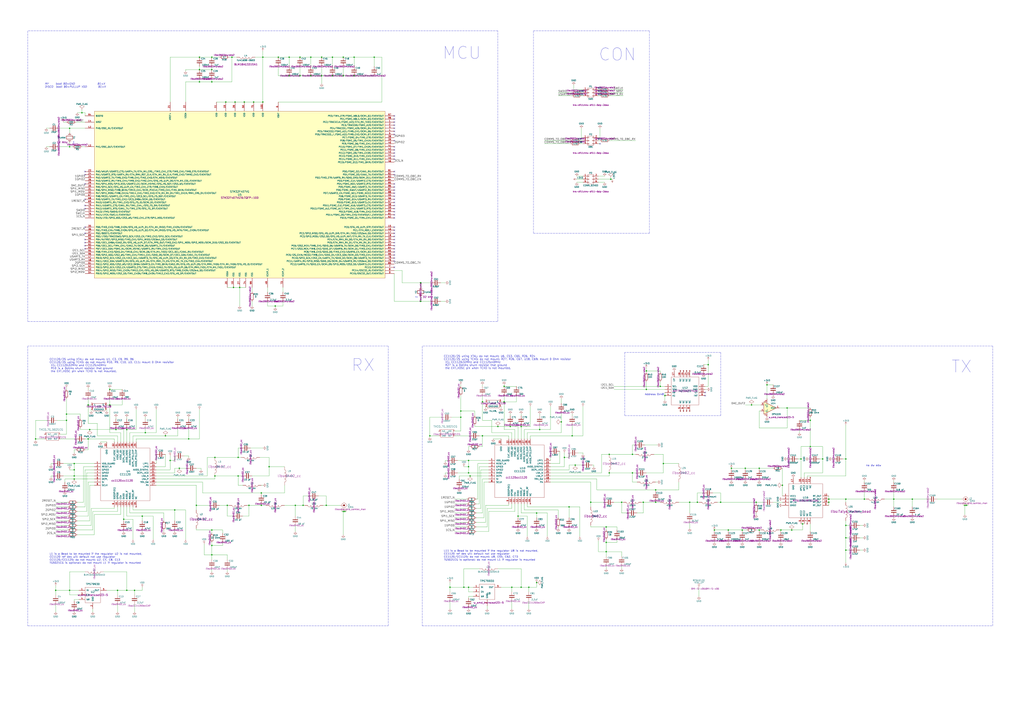
<source format=kicad_sch>
(kicad_sch (version 20231120) (generator "eeschema") (generator_version "8.0")
  (paper "A1")
  (title_block (title "UPSat COMMS") (date "2016-04-09"))
  (junction (at 642.62 398.78))
  (junction (at 60.96 393.7))
  (junction (at 290.83 46.99))
  (junction (at 307.34 46.99))
  (junction (at 283.21 420.37))
  (junction (at 154.94 360.68))
  (junction (at 572.77 412.75))
  (junction (at 57.15 105.41))
  (junction (at 530.86 304.8))
  (junction (at 228.6 46.99))
  (junction (at 281.94 420.37))
  (junction (at 104.14 353.06))
  (junction (at 617.22 332.74))
  (junction (at 195.58 391.16))
  (junction (at 161.29 415.29))
  (junction (at 90.17 320.04))
  (junction (at 186.69 415.29))
  (junction (at 57.15 485.14))
  (junction (at 281.94 46.99))
  (junction (at 90.17 332.74))
  (junction (at 538.48 412.75))
  (junction (at 591.82 412.75))
  (junction (at 419.1 350.52))
  (junction (at 163.83 46.99))
  (junction (at 519.43 388.62))
  (junction (at 538.48 402.59))
  (junction (at 345.44 232.41))
  (junction (at 546.1 325.12))
  (junction (at 680.72 412.75))
  (junction (at 414.02 330.2))
  (junction (at 57.15 120.65))
  (junction (at 119.38 355.6))
  (junction (at 384.81 378.46))
  (junction (at 200.66 83.82))
  (junction (at 378.46 342.9))
  (junction (at 629.92 316.23))
  (junction (at 694.69 441.96))
  (junction (at 665.48 367.03))
  (junction (at 173.99 67.31))
  (junction (at 675.64 377.19))
  (junction (at 544.83 381))
  (junction (at 600.71 384.81))
  (junction (at 110.49 485.14))
  (junction (at 242.57 415.29))
  (junction (at 135.89 358.14))
  (junction (at 215.9 46.99))
  (junction (at 749.3 410.21))
  (junction (at 425.45 424.18))
  (junction (at 467.36 416.56))
  (junction (at 566.42 412.75))
  (junction (at 60.96 386.08))
  (junction (at 414.02 317.5))
  (junction (at 29.21 360.68))
  (junction (at 246.38 62.23))
  (junction (at 273.05 62.23))
  (junction (at 73.66 353.06))
  (junction (at 345.44 247.65))
  (junction (at 255.27 46.99))
  (junction (at 353.06 358.14))
  (junction (at 650.24 435.61))
  (junction (at 67.31 92.71))
  (junction (at 694.69 452.12))
  (junction (at 443.23 353.06))
  (junction (at 384.81 388.62))
  (junction (at 519.43 373.38))
  (junction (at 694.69 431.8))
  (junction (at 469.9 358.14))
  (junction (at 384.81 482.6))
  (junction (at 586.74 435.61))
  (junction (at 248.92 415.29))
  (junction (at 273.05 46.99))
  (junction (at 193.04 83.82))
  (junction (at 646.43 335.28))
  (junction (at 173.99 448.31))
  (junction (at 264.16 46.99))
  (junction (at 173.99 46.99))
  (junction (at 255.27 62.23))
  (junction (at 530.86 320.04))
  (junction (at 208.28 83.82))
  (junction (at 60.96 391.16))
  (junction (at 510.54 412.75))
  (junction (at 623.57 435.61))
  (junction (at 116.84 424.18))
  (junction (at 237.49 46.99))
  (junction (at 190.5 46.99))
  (junction (at 290.83 62.23))
  (junction (at 461.01 346.71))
  (junction (at 694.69 410.21))
  (junction (at 396.24 358.14))
  (junction (at 500.38 373.38))
  (junction (at 246.38 46.99))
  (junction (at 497.84 433.07))
  (junction (at 581.66 299.72))
  (junction (at 665.48 345.44))
  (junction (at 95.25 353.06))
  (junction (at 173.99 455.93))
  (junction (at 104.14 485.14))
  (junction (at 176.53 375.92))
  (junction (at 204.47 415.29))
  (junction (at 609.6 435.61))
  (junction (at 440.69 478.79))
  (junction (at 472.44 382.27))
  (junction (at 191.77 236.22))
  (junction (at 709.93 410.21))
  (junction (at 195.58 375.92))
  (junction (at 542.29 317.5))
  (junction (at 623.57 384.81))
  (junction (at 793.75 415.29))
  (junction (at 54.61 345.44))
  (junction (at 680.72 410.21))
  (junction (at 384.81 383.54))
  (junction (at 220.98 383.54))
  (junction (at 173.99 57.15))
  (junction (at 386.08 391.16))
  (junction (at 381 482.6))
  (junction (at 657.86 377.19))
  (junction (at 173.99 435.61))
  (junction (at 54.61 340.36))
  (junction (at 72.39 360.68))
  (junction (at 612.14 384.81))
  (junction (at 226.06 251.46))
  (junction (at 196.85 236.22))
  (junction (at 420.37 482.6))
  (junction (at 163.83 57.15))
  (junction (at 501.65 147.32))
  (junction (at 694.69 377.19))
  (junction (at 440.69 421.64))
  (junction (at 96.52 485.14))
  (junction (at 497.84 453.39))
  (junction (at 264.16 62.23))
  (junction (at 427.99 482.6))
  (junction (at 378.46 337.82))
  (junction (at 427.99 350.52))
  (junction (at 500.38 388.62))
  (junction (at 396.24 330.2))
  (junction (at 237.49 62.23))
  (junction (at 143.51 419.1))
  (junction (at 176.53 391.16))
  (junction (at 528.32 412.75))
  (junction (at 215.9 83.82))
  (junction (at 267.97 415.29))
  (junction (at 485.14 412.75))
  (junction (at 72.39 332.74))
  (junction (at 369.57 482.6))
  (junction (at 598.17 435.61))
  (junction (at 101.6 426.72))
  (junction (at 147.32 384.81))
  (junction (at 463.55 375.92))
  (junction (at 60.96 381))
  (junction (at 659.13 430.53))
  (junction (at 185.42 83.82))
  (junction (at 163.83 67.31))
  (junction (at 434.34 482.6))
  (junction (at 497.84 445.77))
  (junction (at 214.63 415.29))
  (junction (at 641.35 435.61))
  (junction (at 734.06 410.21))
  (junction (at 621.03 412.75))
  (junction (at 281.94 62.23))
  (junction (at 139.7 378.46))
  (junction (at 408.94 350.52))
  (junction (at 45.72 485.14))
  (junction (at 214.63 405.13))
  (junction (at 792.48 415.29))
  (no_connect (at 323.85 191.77))
  (no_connect (at 323.85 123.19))
  (no_connect (at 323.85 143.51))
  (no_connect (at 69.85 204.47))
  (no_connect (at 323.85 212.09))
  (no_connect (at 323.85 173.99))
  (no_connect (at 323.85 97.79))
  (no_connect (at 69.85 171.45))
  (no_connect (at 69.85 143.51))
  (no_connect (at 323.85 140.97))
  (no_connect (at 323.85 189.23))
  (no_connect (at 323.85 163.83))
  (no_connect (at 323.85 201.93))
  (no_connect (at 492.76 118.11))
  (no_connect (at 323.85 115.57))
  (no_connect (at 323.85 95.25))
  (no_connect (at 323.85 214.63))
  (no_connect (at 69.85 140.97))
  (no_connect (at 323.85 125.73))
  (no_connect (at 323.85 158.75))
  (no_connect (at 69.85 201.93))
  (no_connect (at 323.85 207.01))
  (no_connect (at 323.85 110.49))
  (no_connect (at 323.85 196.85))
  (no_connect (at 323.85 120.65))
  (no_connect (at 323.85 179.07))
  (no_connect (at 69.85 168.91))
  (no_connect (at 323.85 219.71))
  (no_connect (at 323.85 105.41))
  (no_connect (at 323.85 209.55))
  (no_connect (at 323.85 156.21))
  (no_connect (at 323.85 186.69))
  (no_connect (at 323.85 199.39))
  (no_connect (at 323.85 168.91))
  (no_connect (at 323.85 107.95))
  (no_connect (at 69.85 186.69))
  (no_connect (at 323.85 176.53))
  (no_connect (at 69.85 199.39))
  (no_connect (at 323.85 194.31))
  (no_connect (at 69.85 191.77))
  (no_connect (at 323.85 204.47))
  (no_connect (at 323.85 151.13))
  (no_connect (at 323.85 166.37))
  (no_connect (at 323.85 153.67))
  (no_connect (at 323.85 100.33))
  (no_connect (at 579.12 325.12))
  (no_connect (at 579.12 322.58))
  (no_connect (at 323.85 130.81))
  (no_connect (at 69.85 196.85))
  (no_connect (at 323.85 102.87))
  (no_connect (at 69.85 163.83))
  (no_connect (at 323.85 171.45))
  (no_connect (at 323.85 161.29))
  (no_connect (at 323.85 128.27))
  (no_connect (at 69.85 151.13))
  (wire (pts (xy 143.51 419.1) (xy 152.4 419.1)))
  (wire (pts (xy 389.89 341.63) (xy 389.89 337.82)))
  (wire (pts (xy 519.43 365.76) (xy 521.97 365.76)))
  (wire (pts (xy 163.83 46.99) (xy 173.99 46.99)))
  (wire (pts (xy 60.96 386.08) (xy 57.15 386.08)))
  (wire (pts (xy 128.27 396.24) (xy 166.37 396.24)))
  (wire (pts (xy 749.3 416.56) (xy 749.3 410.21)))
  (wire (pts (xy 598.17 436.88) (xy 598.17 435.61)))
  (wire (pts (xy 538.48 403.86) (xy 538.48 402.59)))
  (wire (pts (xy 228.6 54.61) (xy 228.6 62.23)))
  (wire (pts (xy 45.72 481.33) (xy 45.72 485.14)))
  (wire (pts (xy 485.14 396.24) (xy 485.14 412.75)))
  (wire (pts (xy 170.18 375.92) (xy 176.53 375.92)))
  (wire (pts (xy 434.34 494.03) (xy 434.34 500.38)))
  (wire (pts (xy 478.79 372.11) (xy 478.79 373.38)))
  (wire (pts (xy 492.76 105.41) (xy 492.76 113.03)))
  (wire (pts (xy 273.05 46.99) (xy 281.94 46.99)))
  (wire (pts (xy 166.37 405.13) (xy 214.63 405.13)))
  (wire (pts (xy 195.58 391.16) (xy 199.39 391.16)))
  (wire (pts (xy 434.34 482.6) (xy 434.34 486.41)))
  (wire (pts (xy 93.98 416.56) (xy 93.98 417.83)))
  (wire (pts (xy 458.47 78.74) (xy 469.9 78.74)))
  (wire (pts (xy 110.49 496.57) (xy 110.49 502.92)))
  (wire (pts (xy 95.25 342.9) (xy 95.25 344.17)))
  (wire (pts (xy 77.47 388.62) (xy 71.12 388.62)))
  (wire (pts (xy 646.43 335.28) (xy 646.43 351.79)))
  (wire (pts (xy 69.85 386.08) (xy 69.85 416.56)))
  (wire (pts (xy 657.86 367.03) (xy 657.86 377.19)))
  (wire (pts (xy 361.95 232.41) (xy 365.76 232.41)))
  (wire (pts (xy 609.6 435.61) (xy 609.6 436.88)))
  (wire (pts (xy 680.72 412.75) (xy 680.72 415.29)))
  (wire (pts (xy 90.17 355.6) (xy 99.06 355.6)))
  (wire (pts (xy 54.61 345.44) (xy 54.61 356.87)))
  (wire (pts (xy 430.53 360.68) (xy 430.53 353.06)))
  (wire (pts (xy 254 407.67) (xy 248.92 407.67)))
  (wire (pts (xy 290.83 62.23) (xy 307.34 62.23)))
  (wire (pts (xy 203.2 415.29) (xy 204.47 415.29)))
  (wire (pts (xy 152.4 419.1) (xy 152.4 443.23)))
  (wire (pts (xy 473.71 144.78) (xy 478.79 144.78)))
  (wire (pts (xy 128.27 383.54) (xy 135.89 383.54)))
  (wire (pts (xy 591.82 405.13) (xy 591.82 412.75)))
  (wire (pts (xy 104.14 485.14) (xy 110.49 485.14)))
  (wire (pts (xy 93.98 360.68) (xy 93.98 363.22)))
  (wire (pts (xy 100.33 332.74) (xy 100.33 327.66)))
  (wire (pts (xy 497.84 443.23) (xy 497.84 445.77)))
  (wire (pts (xy 246.38 62.23) (xy 255.27 62.23)))
  (wire (pts (xy 650.24 435.61) (xy 659.13 435.61)))
  (wire (pts (xy 427.99 467.36) (xy 408.94 467.36)))
  (wire (pts (xy 80.01 347.98) (xy 72.39 347.98)))
  (wire (pts (xy 313.69 46.99) (xy 313.69 83.82)))
  (wire (pts (xy 398.78 429.26) (xy 391.16 429.26)))
  (wire (pts (xy 660.4 392.43) (xy 660.4 388.62)))
  (wire (pts (xy 675.64 367.03) (xy 665.48 367.03)))
  (wire (pts (xy 237.49 46.99) (xy 246.38 46.99)))
  (wire (pts (xy 694.69 452.12) (xy 694.69 462.28)))
  (wire (pts (xy 394.97 417.83) (xy 391.16 417.83)))
  (wire (pts (xy 139.7 386.08) (xy 128.27 386.08)))
  (wire (pts (xy 528.32 412.75) (xy 538.48 412.75)))
  (wire (pts (xy 378.46 316.23) (xy 378.46 317.5)))
  (wire (pts (xy 109.22 358.14) (xy 135.89 358.14)))
  (wire (pts (xy 60.96 501.65) (xy 60.96 502.92)))
  (wire (pts (xy 494.03 373.38) (xy 500.38 373.38)))
  (wire (pts (xy 401.32 393.7) (xy 396.24 393.7)))
  (wire (pts (xy 215.9 83.82) (xy 208.28 83.82)))
  (wire (pts (xy 147.32 384.81) (xy 153.67 384.81)))
  (wire (pts (xy 196.85 236.22) (xy 196.85 251.46)))
  (wire (pts (xy 591.82 412.75) (xy 621.03 412.75)))
  (wire (pts (xy 383.54 410.21) (xy 373.38 410.21)))
  (wire (pts (xy 706.12 431.8) (xy 708.66 431.8)))
  (polyline (pts (xy 533.4 25.4) (xy 438.15 25.4)) (stroke (width 0) (type dash)))
  (wire (pts (xy 72.39 318.77) (xy 72.39 320.04)))
  (wire (pts (xy 264.16 62.23) (xy 273.05 62.23)))
  (wire (pts (xy 491.49 149.86) (xy 496.57 149.86)))
  (wire (pts (xy 73.66 427.99) (xy 63.5 427.99)))
  (wire (pts (xy 529.59 365.76) (xy 539.75 365.76)))
  (wire (pts (xy 476.25 416.56) (xy 476.25 440.69)))
  (wire (pts (xy 530.86 313.69) (xy 530.86 320.04)))
  (wire (pts (xy 400.05 433.07) (xy 391.16 433.07)))
  (wire (pts (xy 659.13 430.53) (xy 660.4 430.53)))
  (wire (pts (xy 290.83 46.99) (xy 307.34 46.99)))
  (wire (pts (xy 60.96 492.76) (xy 60.96 494.03)))
  (wire (pts (xy 477.52 105.41) (xy 477.52 113.03)))
  (wire (pts (xy 161.29 434.34) (xy 161.29 435.61)))
  (wire (pts (xy 680.72 410.21) (xy 680.72 412.75)))
  (wire (pts (xy 90.17 332.74) (xy 90.17 355.6)))
  (wire (pts (xy 96.52 485.14) (xy 104.14 485.14)))
  (wire (pts (xy 39.37 345.44) (xy 29.21 345.44)))
  (wire (pts (xy 646.43 335.28) (xy 665.48 335.28)))
  (wire (pts (xy 55.88 431.8) (xy 45.72 431.8)))
  (wire (pts (xy 440.69 482.6) (xy 440.69 478.79)))
  (wire (pts (xy 52.07 391.16) (xy 60.96 391.16)))
  (wire (pts (xy 375.92 388.62) (xy 384.81 388.62)))
  (wire (pts (xy 281.94 46.99) (xy 290.83 46.99)))
  (wire (pts (xy 273.05 46.99) (xy 273.05 54.61)))
  (wire (pts (xy 600.71 384.81) (xy 600.71 386.08)))
  (wire (pts (xy 427.99 482.6) (xy 427.99 467.36)))
  (wire (pts (xy 152.4 67.31) (xy 163.83 67.31)))
  (wire (pts (xy 461.01 355.6) (xy 461.01 346.71)))
  (wire (pts (xy 458.47 76.2) (xy 469.9 76.2)))
  (wire (pts (xy 393.7 358.14) (xy 396.24 358.14)))
  (wire (pts (xy 384.81 383.54) (xy 384.81 388.62)))
  (wire (pts (xy 73.66 353.06) (xy 95.25 353.06)))
  (wire (pts (xy 281.94 420.37) (xy 281.94 439.42)))
  (wire (pts (xy 205.74 368.3) (xy 215.9 368.3)))
  (wire (pts (xy 467.36 386.08) (xy 467.36 382.27)))
  (wire (pts (xy 76.2 500.38) (xy 76.2 502.92)))
  (wire (pts (xy 45.72 485.14) (xy 45.72 488.95)))
  (wire (pts (xy 139.7 46.99) (xy 139.7 83.82)))
  (wire (pts (xy 557.53 412.75) (xy 566.42 412.75)))
  (wire (pts (xy 734.06 410.21) (xy 749.3 410.21)))
  (wire (pts (xy 403.86 355.6) (xy 420.37 355.6)))
  (wire (pts (xy 474.98 372.11) (xy 478.79 372.11)))
  (wire (pts (xy 173.99 448.31) (xy 173.99 455.93)))
  (wire (pts (xy 665.48 342.9) (xy 665.48 345.44)))
  (wire (pts (xy 623.57 435.61) (xy 624.84 435.61)))
  (wire (pts (xy 478.79 149.86) (xy 473.71 149.86)))
  (wire (pts (xy 90.17 332.74) (xy 100.33 332.74)))
  (wire (pts (xy 443.23 353.06) (xy 452.12 353.06)))
  (wire (pts (xy 54.61 318.77) (xy 54.61 320.04)))
  (wire (pts (xy 135.89 358.14) (xy 146.05 358.14)))
  (wire (pts (xy 69.85 360.68) (xy 72.39 360.68)))
  (wire (pts (xy 377.19 391.16) (xy 377.19 393.7)))
  (wire (pts (xy 396.24 330.2) (xy 396.24 325.12)))
  (wire (pts (xy 195.58 375.92) (xy 198.12 375.92)))
  (wire (pts (xy 427.99 341.63) (xy 427.99 340.36)))
  (wire (pts (xy 640.08 335.28) (xy 646.43 335.28)))
  (wire (pts (xy 612.14 332.74) (xy 617.22 332.74)))
  (wire (pts (xy 398.78 334.01) (xy 398.78 335.28)))
  (wire (pts (xy 384.81 378.46) (xy 384.81 383.54)))
  (wire (pts (xy 267.97 407.67) (xy 267.97 415.29)))
  (wire (pts (xy 77.47 383.54) (xy 68.58 383.54)))
  (wire (pts (xy 267.97 415.29) (xy 279.4 415.29)))
  (wire (pts (xy 101.6 435.61) (xy 101.6 436.88)))
  (wire (pts (xy 214.63 405.13) (xy 233.68 405.13)))
  (wire (pts (xy 57.15 105.41) (xy 57.15 109.22)))
  (wire (pts (xy 665.48 377.19) (xy 664.21 377.19)))
  (wire (pts (xy 353.06 358.14) (xy 353.06 359.41)))
  (wire (pts (xy 219.71 240.03) (xy 219.71 236.22)))
  (wire (pts (xy 95.25 353.06) (xy 95.25 351.79)))
  (polyline (pts (xy 438.15 25.4) (xy 438.15 191.77)) (stroke (width 0) (type dash)))
  (wire (pts (xy 506.73 445.77) (xy 506.73 443.23)))
  (wire (pts (xy 96.52 496.57) (xy 96.52 502.92)))
  (wire (pts (xy 167.64 447.04) (xy 167.64 455.93)))
  (wire (pts (xy 396.24 330.2) (xy 398.78 330.2)))
  (wire (pts (xy 45.72 496.57) (xy 45.72 502.92)))
  (wire (pts (xy 641.35 444.5) (xy 641.35 445.77)))
  (wire (pts (xy 500.38 73.66) (xy 511.81 73.66)))
  (wire (pts (xy 414.02 330.2) (xy 414.02 353.06)))
  (wire (pts (xy 501.65 146.05) (xy 501.65 147.32)))
  (wire (pts (xy 647.7 377.19) (xy 646.43 377.19)))
  (wire (pts (xy 425.45 424.18) (xy 433.07 424.18)))
  (wire (pts (xy 510.54 453.39) (xy 510.54 457.2)))
  (wire (pts (xy 519.43 373.38) (xy 521.97 373.38)))
  (wire (pts (xy 400.05 417.83) (xy 400.05 433.07)))
  (wire (pts (xy 57.15 116.84) (xy 57.15 120.65)))
  (wire (pts (xy 491.49 115.57) (xy 492.76 115.57)))
  (wire (pts (xy 463.55 383.54) (xy 452.12 383.54)))
  (wire (pts (xy 165.1 384.81) (xy 165.1 386.08)))
  (wire (pts (xy 384.81 367.03) (xy 384.81 369.57)))
  (wire (pts (xy 54.61 100.33) (xy 52.07 100.33)))
  (polyline (pts (xy 513.08 289.56) (xy 513.08 341.63)) (stroke (width 0) (type dash)))
  (wire (pts (xy 430.53 414.02) (xy 430.53 419.1)))
  (wire (pts (xy 510.54 412.75) (xy 511.81 412.75)))
  (wire (pts (xy 57.15 485.14) (xy 64.77 485.14)))
  (wire (pts (xy 706.12 452.12) (xy 708.66 452.12)))
  (wire (pts (xy 161.29 398.78) (xy 161.29 415.29)))
  (wire (pts (xy 233.68 405.13) (xy 233.68 398.78)))
  (wire (pts (xy 57.15 105.41) (xy 69.85 105.41)))
  (wire (pts (xy 572.77 405.13) (xy 572.77 412.75)))
  (wire (pts (xy 709.93 410.21) (xy 711.2 410.21)))
  (wire (pts (xy 397.51 425.45) (xy 391.16 425.45)))
  (wire (pts (xy 200.66 83.82) (xy 193.04 83.82)))
  (wire (pts (xy 467.36 433.07) (xy 467.36 434.34)))
  (polyline (pts (xy 346.71 284.48) (xy 346.71 514.35)) (stroke (width 0) (type dash)))
  (wire (pts (xy 443.23 341.63) (xy 443.23 340.36)))
  (wire (pts (xy 726.44 410.21) (xy 734.06 410.21)))
  (wire (pts (xy 641.35 435.61) (xy 641.35 436.88)))
  (wire (pts (xy 621.03 412.75) (xy 621.03 414.02)))
  (wire (pts (xy 734.06 410.21) (xy 734.06 416.56)))
  (wire (pts (xy 116.84 435.61) (xy 116.84 436.88)))
  (wire (pts (xy 280.67 420.37) (xy 281.94 420.37)))
  (wire (pts (xy 396.24 393.7) (xy 396.24 421.64)))
  (wire (pts (xy 500.38 78.74) (xy 511.81 78.74)))
  (wire (pts (xy 694.69 441.96) (xy 698.5 441.96)))
  (wire (pts (xy 237.49 46.99) (xy 237.49 54.61)))
  (wire (pts (xy 60.96 391.16) (xy 77.47 391.16)))
  (wire (pts (xy 660.4 388.62) (xy 675.64 388.62)))
  (wire (pts (xy 161.29 384.81) (xy 165.1 384.81)))
  (wire (pts (xy 621.03 412.75) (xy 627.38 412.75)))
  (wire (pts (xy 694.69 410.21) (xy 709.93 410.21)))
  (polyline (pts (xy 533.4 191.77) (xy 533.4 25.4)) (stroke (width 0) (type dash)))
  (wire (pts (xy 255.27 46.99) (xy 255.27 54.61)))
  (wire (pts (xy 572.77 412.75) (xy 574.04 412.75)))
  (wire (pts (xy 389.89 350.52) (xy 389.89 349.25)))
  (wire (pts (xy 485.14 412.75) (xy 496.57 412.75)))
  (wire (pts (xy 449.58 421.64) (xy 449.58 440.69)))
  (wire (pts (xy 384.81 490.22) (xy 384.81 491.49)))
  (wire (pts (xy 749.3 410.21) (xy 762 410.21)))
  (wire (pts (xy 383.54 433.07) (xy 373.38 433.07)))
  (wire (pts (xy 393.7 383.54) (xy 393.7 414.02)))
  (wire (pts (xy 195.58 375.92) (xy 195.58 368.3)))
  (wire (pts (xy 384.81 486.41) (xy 388.62 486.41)))
  (wire (pts (xy 419.1 340.36) (xy 419.1 341.63)))
  (wire (pts (xy 71.12 388.62) (xy 71.12 420.37)))
  (wire (pts (xy 478.79 76.2) (xy 477.52 76.2)))
  (wire (pts (xy 433.07 355.6) (xy 461.01 355.6)))
  (wire (pts (xy 106.68 355.6) (xy 119.38 355.6)))
  (wire (pts (xy 369.57 482.6) (xy 381 482.6)))
  (wire (pts (xy 176.53 391.16) (xy 195.58 391.16)))
  (wire (pts (xy 494.03 388.62) (xy 452.12 388.62)))
  (wire (pts (xy 734.06 403.86) (xy 734.06 410.21)))
  (wire (pts (xy 401.32 396.24) (xy 397.51 396.24)))
  (wire (pts (xy 90.17 320.04) (xy 90.17 318.77)))
  (wire (pts (xy 196.85 236.22) (xy 201.93 236.22)))
  (wire (pts (xy 104.14 353.06) (xy 104.14 363.22)))
  (wire (pts (xy 80.01 358.14) (xy 80.01 347.98)))
  (wire (pts (xy 173.99 46.99) (xy 180.34 46.99)))
  (wire (pts (xy 330.2 222.25) (xy 330.2 232.41)))
  (wire (pts (xy 386.08 367.03) (xy 384.81 367.03)))
  (wire (pts (xy 173.99 435.61) (xy 182.88 435.61)))
  (wire (pts (xy 109.22 363.22) (xy 109.22 358.14)))
  (wire (pts (xy 414.02 317.5) (xy 424.18 317.5)))
  (wire (pts (xy 353.06 342.9) (xy 353.06 358.14)))
  (wire (pts (xy 383.54 436.88) (xy 373.38 436.88)))
  (wire (pts (xy 215.9 41.91) (xy 215.9 46.99)))
  (wire (pts (xy 392.43 410.21) (xy 391.16 410.21)))
  (wire (pts (xy 57.15 469.9) (xy 57.15 485.14)))
  (wire (pts (xy 90.17 320.04) (xy 100.33 320.04)))
  (wire (pts (xy 60.96 369.57) (xy 60.96 372.11)))
  (wire (pts (xy 381 467.36) (xy 393.7 467.36)))
  (wire (pts (xy 478.79 358.14) (xy 478.79 334.01)))
  (wire (pts (xy 662.94 391.16) (xy 694.69 391.16)))
  (wire (pts (xy 401.32 383.54) (xy 393.7 383.54)))
  (wire (pts (xy 173.99 455.93) (xy 173.99 459.74)))
  (wire (pts (xy 248.92 415.29) (xy 250.19 415.29)))
  (wire (pts (xy 621.03 435.61) (xy 623.57 435.61)))
  (wire (pts (xy 709.93 396.24) (xy 709.93 394.97)))
  (wire (pts (xy 53.34 393.7) (xy 60.96 393.7)))
  (wire (pts (xy 519.43 388.62) (xy 523.24 388.62)))
  (wire (pts (xy 623.57 337.82) (xy 624.84 337.82)))
  (wire (pts (xy 77.47 439.42) (xy 63.5 439.42)))
  (wire (pts (xy 384.81 378.46) (xy 401.32 378.46)))
  (wire (pts (xy 139.7 46.99) (xy 163.83 46.99)))
  (wire (pts (xy 219.71 247.65) (xy 219.71 251.46)))
  (wire (pts (xy 510.54 421.64) (xy 510.54 412.75)))
  (wire (pts (xy 397.51 396.24) (xy 397.51 425.45)))
  (wire (pts (xy 29.21 360.68) (xy 36.83 360.68)))
  (wire (pts (xy 500.38 388.62) (xy 519.43 388.62)))
  (wire (pts (xy 290.83 46.99) (xy 290.83 54.61)))
  (wire (pts (xy 420.37 417.83) (xy 400.05 417.83)))
  (wire (pts (xy 66.04 344.17) (xy 66.04 340.36)))
  (wire (pts (xy 467.36 382.27) (xy 472.44 382.27)))
  (wire (pts (xy 427.99 421.64) (xy 440.69 421.64)))
  (wire (pts (xy 694.69 391.16) (xy 694.69 377.19)))
  (wire (pts (xy 749.3 424.18) (xy 749.3 425.45)))
  (wire (pts (xy 403.86 355.6) (xy 403.86 345.44)))
  (wire (pts (xy 435.61 350.52) (xy 435.61 334.01)))
  (wire (pts (xy 66.04 353.06) (xy 66.04 351.79)))
  (wire (pts (xy 469.9 341.63) (xy 469.9 340.36)))
  (wire (pts (xy 581.66 295.91) (xy 581.66 299.72)))
  (wire (pts (xy 530.86 320.04) (xy 546.1 320.04)))
  (wire (pts (xy 530.86 302.26) (xy 530.86 304.8)))
  (wire (pts (xy 427.99 482.6) (xy 434.34 482.6)))
  (wire (pts (xy 680.72 407.67) (xy 680.72 410.21)))
  (wire (pts (xy 427.99 349.25) (xy 427.99 350.52)))
  (wire (pts (xy 54.61 345.44) (xy 46.99 345.44)))
  (wire (pts (xy 186.69 469.9) (xy 186.69 467.36)))
  (wire (pts (xy 119.38 351.79) (xy 119.38 355.6)))
  (wire (pts (xy 161.29 435.61) (xy 173.99 435.61)))
  (wire (pts (xy 173.99 67.31) (xy 173.99 64.77)))
  (polyline (pts (xy 346.71 514.35) (xy 815.34 514.35)) (stroke (width 0) (type dash)))
  (wire (pts (xy 49.53 360.68) (xy 62.23 360.68)))
  (wire (pts (xy 281.94 420.37) (xy 283.21 420.37)))
  (wire (pts (xy 67.31 120.65) (xy 69.85 120.65)))
  (wire (pts (xy 48.26 105.41) (xy 57.15 105.41)))
  (wire (pts (xy 125.73 424.18) (xy 125.73 443.23)))
  (wire (pts (xy 574.04 483.87) (xy 574.04 490.22)))
  (wire (pts (xy 581.66 299.72) (xy 577.85 299.72)))
  (wire (pts (xy 215.9 398.78) (xy 214.63 398.78)))
  (wire (pts (xy 143.51 388.62) (xy 128.27 388.62)))
  (wire (pts (xy 116.84 485.14) (xy 116.84 482.6)))
  (wire (pts (xy 104.14 485.14) (xy 104.14 469.9)))
  (wire (pts (xy 544.83 373.38) (xy 544.83 381)))
  (wire (pts (xy 538.48 412.75) (xy 542.29 412.75)))
  (wire (pts (xy 623.57 384.81) (xy 635 384.81)))
  (wire (pts (xy 447.04 115.57) (xy 468.63 115.57)))
  (wire (pts (xy 393.7 414.02) (xy 391.16 414.02)))
  (wire (pts (xy 87.63 485.14) (xy 96.52 485.14)))
  (wire (pts (xy 60.96 381) (xy 77.47 381)))
  (wire (pts (xy 77.47 398.78) (xy 73.66 398.78)))
  (wire (pts (xy 74.93 431.8) (xy 63.5 431.8)))
  (wire (pts (xy 500.38 391.16) (xy 500.38 388.62)))
  (wire (pts (xy 323.85 222.25) (xy 330.2 222.25)))
  (wire (pts (xy 273.05 62.23) (xy 281.94 62.23)))
  (wire (pts (xy 101.6 426.72) (xy 109.22 426.72)))
  (wire (pts (xy 698.5 431.8) (xy 694.69 431.8)))
  (wire (pts (xy 491.49 147.32) (xy 501.65 147.32)))
  (wire (pts (xy 77.47 422.91) (xy 77.47 439.42)))
  (wire (pts (xy 323.85 224.79) (xy 323.85 247.65)))
  (wire (pts (xy 161.29 415.29) (xy 161.29 419.1)))
  (wire (pts (xy 214.63 406.4) (xy 214.63 405.13)))
  (wire (pts (xy 665.48 345.44) (xy 665.48 367.03)))
  (wire (pts (xy 577.85 405.13) (xy 572.77 405.13)))
  (wire (pts (xy 76.2 420.37) (xy 76.2 435.61)))
  (wire (pts (xy 471.17 73.66) (xy 478.79 73.66)))
  (wire (pts (xy 45.72 485.14) (xy 57.15 485.14)))
  (wire (pts (xy 598.17 435.61) (xy 609.6 435.61)))
  (wire (pts (xy 186.69 236.22) (xy 191.77 236.22)))
  (wire (pts (xy 199.39 424.18) (xy 204.47 424.18)))
  (wire (pts (xy 675.64 377.19) (xy 675.64 367.03)))
  (wire (pts (xy 401.32 381) (xy 392.43 381)))
  (wire (pts (xy 657.86 377.19) (xy 657.86 392.43)))
  (wire (pts (xy 73.66 398.78) (xy 73.66 427.99)))
  (wire (pts (xy 542.29 304.8) (xy 542.29 306.07)))
  (wire (pts (xy 384.81 388.62) (xy 401.32 388.62)))
  (wire (pts (xy 60.96 381) (xy 60.96 386.08)))
  (wire (pts (xy 425.45 414.02) (xy 425.45 424.18)))
  (wire (pts (xy 152.4 57.15) (xy 152.4 58.42)))
  (wire (pts (xy 281.94 62.23) (xy 290.83 62.23)))
  (wire (pts (xy 228.6 62.23) (xy 237.49 62.23)))
  (wire (pts (xy 411.48 482.6) (xy 420.37 482.6)))
  (wire (pts (xy 709.93 403.86) (xy 709.93 410.21)))
  (wire (pts (xy 101.6 426.72) (xy 101.6 427.99)))
  (wire (pts (xy 542.29 317.5) (xy 542.29 313.69)))
  (wire (pts (xy 381 482.6) (xy 381 467.36)))
  (wire (pts (xy 537.21 373.38) (xy 544.83 373.38)))
  (wire (pts (xy 425.45 433.07) (xy 425.45 434.34)))
  (wire (pts (xy 369.57 494.03) (xy 369.57 500.38)))
  (wire (pts (xy 193.04 83.82) (xy 185.42 83.82)))
  (wire (pts (xy 215.9 46.99) (xy 215.9 83.82)))
  (wire (pts (xy 72.39 369.57) (xy 69.85 369.57)))
  (wire (pts (xy 377.19 391.16) (xy 386.08 391.16)))
  (wire (pts (xy 72.39 396.24) (xy 72.39 424.18)))
  (wire (pts (xy 54.61 327.66) (xy 54.61 340.36)))
  (wire (pts (xy 154.94 374.65) (xy 154.94 375.92)))
  (wire (pts (xy 411.48 334.01) (xy 411.48 335.28)))
  (wire (pts (xy 384.81 383.54) (xy 381 383.54)))
  (wire (pts (xy 214.63 415.29) (xy 214.63 414.02)))
  (wire (pts (xy 55.88 424.18) (xy 45.72 424.18)))
  (wire (pts (xy 383.54 421.64) (xy 373.38 421.64)))
  (wire (pts (xy 491.49 73.66) (xy 492.76 73.66)))
  (wire (pts (xy 220.98 375.92) (xy 220.98 383.54)))
  (wire (pts (xy 369.57 482.6) (xy 369.57 486.41)))
  (wire (pts (xy 146.05 358.14) (xy 146.05 351.79)))
  (wire (pts (xy 151.13 374.65) (xy 154.94 374.65)))
  (polyline (pts (xy 318.77 514.35) (xy 318.77 284.48)) (stroke (width 0) (type dash)))
  (wire (pts (xy 154.94 351.79) (xy 154.94 360.68)))
  (wire (pts (xy 190.5 46.99) (xy 194.31 46.99)))
  (wire (pts (xy 490.22 393.7) (xy 490.22 402.59)))
  (wire (pts (xy 99.06 422.91) (xy 99.06 416.56)))
  (wire (pts (xy 504.19 320.04) (xy 530.86 320.04)))
  (wire (pts (xy 433.07 414.02) (xy 433.07 416.56)))
  (wire (pts (xy 134.62 421.64) (xy 134.62 427.99)))
  (wire (pts (xy 176.53 375.92) (xy 195.58 375.92)))
  (wire (pts (xy 440.69 433.07) (xy 440.69 434.34)))
  (wire (pts (xy 173.99 435.61) (xy 173.99 438.15)))
  (wire (pts (xy 87.63 332.74) (xy 90.17 332.74)))
  (wire (pts (xy 161.29 415.29) (xy 172.72 415.29)))
  (wire (pts (xy 435.61 358.14) (xy 469.9 358.14)))
  (wire (pts (xy 76.2 420.37) (xy 96.52 420.37)))
  (wire (pts (xy 146.05 344.17) (xy 146.05 342.9)))
  (wire (pts (xy 566.42 412.75) (xy 566.42 421.64)))
  (wire (pts (xy 642.62 384.81) (xy 642.62 398.78)))
  (wire (pts (xy 110.49 485.14) (xy 110.49 488.95)))
  (wire (pts (xy 793.75 415.29) (xy 795.02 415.29)))
  (wire (pts (xy 478.79 147.32) (xy 473.71 147.32)))
  (wire (pts (xy 208.28 83.82) (xy 200.66 83.82)))
  (wire (pts (xy 440.69 421.64) (xy 449.58 421.64)))
  (wire (pts (xy 629.92 327.66) (xy 629.92 316.23)))
  (wire (pts (xy 93.98 417.83) (xy 74.93 417.83)))
  (wire (pts (xy 694.69 427.99) (xy 694.69 431.8)))
  (wire (pts (xy 519.43 373.38) (xy 519.43 365.76)))
  (wire (pts (xy 246.38 46.99) (xy 255.27 46.99)))
  (wire (pts (xy 461.01 331.47) (xy 461.01 327.66)))
  (wire (pts (xy 506.73 445.77) (xy 497.84 445.77)))
  (wire (pts (xy 60.96 393.7) (xy 77.47 393.7)))
  (polyline (pts (xy 513.08 341.63) (xy 591.82 341.63)) (stroke (width 0) (type dash)))
  (wire (pts (xy 40.64 105.41) (xy 38.1 105.41)))
  (wire (pts (xy 55.88 439.42) (xy 45.72 439.42)))
  (wire (pts (xy 694.69 431.8) (xy 694.69 441.96)))
  (wire (pts (xy 152.4 67.31) (xy 152.4 83.82)))
  (wire (pts (xy 600.71 393.7) (xy 600.71 394.97)))
  (wire (pts (xy 163.83 67.31) (xy 173.99 67.31)))
  (wire (pts (xy 497.84 433.07) (xy 497.84 435.61)))
  (wire (pts (xy 494.03 373.38) (xy 494.03 388.62)))
  (wire (pts (xy 182.88 448.31) (xy 173.99 448.31)))
  (wire (pts (xy 497.84 464.82) (xy 497.84 467.36)))
  (wire (pts (xy 485.14 433.07) (xy 497.84 433.07)))
  (wire (pts (xy 207.01 247.65) (xy 207.01 251.46)))
  (wire (pts (xy 401.32 386.08) (xy 394.97 386.08)))
  (wire (pts (xy 656.59 353.06) (xy 656.59 355.6)))
  (wire (pts (xy 612.14 393.7) (xy 612.14 394.97)))
  (wire (pts (xy 264.16 54.61) (xy 264.16 62.23)))
  (wire (pts (xy 544.83 388.62) (xy 530.86 388.62)))
  (wire (pts (xy 87.63 363.22) (xy 82.55 363.22)))
  (wire (pts (xy 69.85 92.71) (xy 69.85 95.25)))
  (wire (pts (xy 265.43 415.29) (xy 267.97 415.29)))
  (wire (pts (xy 242.57 431.8) (xy 242.57 436.88)))
  (polyline (pts (xy 408.94 264.16) (xy 408.94 25.4)) (stroke (width 0) (type dash)))
  (polyline (pts (xy 591.82 289.56) (xy 513.08 289.56)) (stroke (width 0) (type dash)))
  (wire (pts (xy 383.54 425.45) (xy 373.38 425.45)))
  (wire (pts (xy 143.51 378.46) (xy 143.51 374.65)))
  (wire (pts (xy 345.44 243.84) (xy 345.44 247.65)))
  (wire (pts (xy 139.7 378.46) (xy 143.51 378.46)))
  (wire (pts (xy 386.08 391.16) (xy 401.32 391.16)))
  (wire (pts (xy 557.53 381) (xy 544.83 381)))
  (wire (pts (xy 642.62 412.75) (xy 635 412.75)))
  (wire (pts (xy 69.85 416.56) (xy 63.5 416.56)))
  (wire (pts (xy 233.68 415.29) (xy 242.57 415.29)))
  (wire (pts (xy 659.13 435.61) (xy 659.13 430.53)))
  (wire (pts (xy 665.48 444.5) (xy 665.48 445.77)))
  (wire (pts (xy 57.15 120.65) (xy 59.69 120.65)))
  (wire (pts (xy 420.37 486.41) (xy 420.37 482.6)))
  (wire (pts (xy 617.22 332.74) (xy 624.84 332.74)))
  (wire (pts (xy 491.49 118.11) (xy 492.76 118.11)))
  (wire (pts (xy 353.06 358.14) (xy 360.68 358.14)))
  (wire (pts (xy 511.81 76.2) (xy 500.38 76.2)))
  (wire (pts (xy 419.1 350.52) (xy 419.1 349.25)))
  (wire (pts (xy 623.57 384.81) (xy 623.57 386.08)))
  (wire (pts (xy 55.88 427.99) (xy 45.72 427.99)))
  (wire (pts (xy 186.69 424.18) (xy 186.69 415.29)))
  (wire (pts (xy 396.24 358.14) (xy 396.24 367.03)))
  (wire (pts (xy 195.58 391.16) (xy 195.58 398.78)))
  (wire (pts (xy 66.04 353.06) (xy 73.66 353.06)))
  (wire (pts (xy 398.78 415.29) (xy 398.78 429.26)))
  (wire (pts (xy 345.44 232.41) (xy 354.33 232.41)))
  (wire (pts (xy 182.88 435.61) (xy 182.88 438.15)))
  (wire (pts (xy 163.83 360.68) (xy 163.83 336.55)))
  (wire (pts (xy 491.49 144.78) (xy 496.57 144.78)))
  (wire (pts (xy 96.52 420.37) (xy 96.52 416.56)))
  (wire (pts (xy 176.53 393.7) (xy 176.53 391.16)))
  (wire (pts (xy 538.48 412.75) (xy 538.48 411.48)))
  (wire (pts (xy 68.58 412.75) (xy 63.5 412.75)))
  (wire (pts (xy 401.32 436.88) (xy 391.16 436.88)))
  (wire (pts (xy 109.22 416.56) (xy 109.22 419.1)))
  (wire (pts (xy 77.47 422.91) (xy 99.06 422.91)))
  (wire (pts (xy 368.3 388.62) (xy 365.76 388.62)))
  (wire (pts (xy 60.96 386.08) (xy 60.96 391.16)))
  (wire (pts (xy 283.21 420.37) (xy 284.48 420.37)))
  (wire (pts (xy 657.86 430.53) (xy 659.13 430.53)))
  (wire (pts (xy 375.92 378.46) (xy 384.81 378.46)))
  (wire (pts (xy 472.44 382.27) (xy 478.79 382.27)))
  (wire (pts (xy 233.68 383.54) (xy 220.98 383.54)))
  (wire (pts (xy 54.61 356.87) (xy 49.53 356.87)))
  (wire (pts (xy 106.68 363.22) (xy 106.68 355.6)))
  (wire (pts (xy 116.84 427.99) (xy 116.84 424.18)))
  (wire (pts (xy 396.24 421.64) (xy 391.16 421.64)))
  (wire (pts (xy 384.81 482.6) (xy 388.62 482.6)))
  (wire (pts (xy 77.47 396.24) (xy 72.39 396.24)))
  (polyline (pts (xy 438.15 191.77) (xy 533.4 191.77)) (stroke (width 0) (type dash)))
  (wire (pts (xy 163.83 54.61) (xy 163.83 57.15)))
  (wire (pts (xy 378.46 354.33) (xy 373.38 354.33)))
  (wire (pts (xy 510.54 467.36) (xy 510.54 464.82)))
  (wire (pts (xy 684.53 377.19) (xy 683.26 377.19)))
  (wire (pts (xy 452.12 353.06) (xy 452.12 334.01)))
  (wire (pts (xy 29.21 345.44) (xy 29.21 360.68)))
  (wire (pts (xy 609.6 444.5) (xy 609.6 445.77)))
  (wire (pts (xy 173.99 57.15) (xy 173.99 54.61)))
  (wire (pts (xy 67.31 90.17) (xy 67.31 92.71)))
  (wire (pts (xy 675.64 388.62) (xy 675.64 377.19)))
  (wire (pts (xy 414.02 317.5) (xy 414.02 316.23)))
  (wire (pts (xy 420.37 494.03) (xy 420.37 500.38)))
  (wire (pts (xy 207.01 236.22) (xy 207.01 240.03)))
  (wire (pts (xy 435.61 360.68) (xy 435.61 358.14)))
  (wire (pts (xy 452.12 378.46) (xy 452.12 370.84)))
  (wire (pts (xy 248.92 407.67) (xy 248.92 415.29)))
  (wire (pts (xy 396.24 367.03) (xy 393.7 367.03)))
  (wire (pts (xy 411.48 360.68) (xy 405.13 360.68)))
  (wire (pts (xy 104.14 416.56) (xy 104.14 424.18)))
  (wire (pts (xy 427.99 414.02) (xy 427.99 421.64)))
  (polyline (pts (xy 318.77 284.48) (xy 22.86 284.48)) (stroke (width 0) (type dash)))
  (wire (pts (xy 515.62 421.64) (xy 510.54 421.64)))
  (wire (pts (xy 232.41 251.46) (xy 232.41 247.65)))
  (wire (pts (xy 383.54 417.83) (xy 373.38 417.83)))
  (wire (pts (xy 528.32 421.64) (xy 528.32 412.75)))
  (wire (pts (xy 389.89 337.82) (xy 378.46 337.82)))
  (wire (pts (xy 694.69 410.21) (xy 694.69 412.75)))
  (wire (pts (xy 492.76 113.03) (xy 491.49 113.03)))
  (wire (pts (xy 29.21 360.68) (xy 29.21 361.95)))
  (wire (pts (xy 104.14 344.17) (xy 104.14 342.9)))
  (wire (pts (xy 566.42 429.26) (xy 566.42 434.34)))
  (wire (pts (xy 609.6 435.61) (xy 613.41 435.61)))
  (wire (pts (xy 642.62 398.78) (xy 642.62 407.67)))
  (wire (pts (xy 706.12 441.96) (xy 708.66 441.96)))
  (wire (pts (xy 486.41 382.27) (xy 487.68 382.27)))
  (wire (pts (xy 612.14 386.08) (xy 612.14 384.81)))
  (wire (pts (xy 476.25 115.57) (xy 478.79 115.57)))
  (wire (pts (xy 665.48 367.03) (xy 657.86 367.03)))
  (wire (pts (xy 104.14 469.9) (xy 85.09 469.9)))
  (polyline (pts (xy 815.34 284.48) (xy 346.71 284.48)) (stroke (width 0) (type dash)))
  (wire (pts (xy 261.62 407.67) (xy 267.97 407.67)))
  (wire (pts (xy 491.49 76.2) (xy 492.76 76.2)))
  (wire (pts (xy 635 323.85) (xy 635 325.12)))
  (wire (pts (xy 629.92 316.23) (xy 635 316.23)))
  (wire (pts (xy 119.38 344.17) (xy 119.38 342.9)))
  (wire (pts (xy 143.51 384.81) (xy 147.32 384.81)))
  (wire (pts (xy 110.49 485.14) (xy 116.84 485.14)))
  (wire (pts (xy 467.36 375.92) (xy 467.36 372.11)))
  (wire (pts (xy 408.94 350.52) (xy 419.1 350.52)))
  (wire (pts (xy 694.69 377.19) (xy 694.69 349.25)))
  (wire (pts (xy 501.65 147.32) (xy 502.92 147.32)))
  (wire (pts (xy 461.01 346.71) (xy 461.01 339.09)))
  (wire (pts (xy 378.46 342.9) (xy 378.46 354.33)))
  (wire (pts (xy 246.38 62.23) (xy 246.38 54.61)))
  (wire (pts (xy 365.76 388.62) (xy 365.76 389.89)))
  (wire (pts (xy 623.57 435.61) (xy 623.57 436.88)))
  (polyline (pts (xy 408.94 25.4) (xy 22.86 25.4)) (stroke (width 0) (type dash)))
  (wire (pts (xy 57.15 469.9) (xy 69.85 469.9)))
  (wire (pts (xy 220.98 391.16) (xy 207.01 391.16)))
  (wire (pts (xy 542.29 317.5) (xy 546.1 317.5)))
  (wire (pts (xy 581.66 317.5) (xy 579.12 317.5)))
  (wire (pts (xy 694.69 452.12) (xy 698.5 452.12)))
  (wire (pts (xy 204.47 424.18) (xy 204.47 415.29)))
  (wire (pts (xy 323.85 247.65) (xy 345.44 247.65)))
  (wire (pts (xy 378.46 325.12) (xy 378.46 337.82)))
  (wire (pts (xy 467.36 416.56) (xy 476.25 416.56)))
  (wire (pts (xy 400.05 497.84) (xy 400.05 500.38)))
  (wire (pts (xy 104.14 351.79) (xy 104.14 353.06)))
  (wire (pts (xy 452.12 393.7) (xy 490.22 393.7)))
  (wire (pts (xy 330.2 232.41) (xy 345.44 232.41)))
  (wire (pts (xy 427.99 350.52) (xy 435.61 350.52)))
  (wire (pts (xy 491.49 444.5) (xy 491.49 453.39)))
  (wire (pts (xy 378.46 337.82) (xy 378.46 342.9)))
  (wire (pts (xy 417.83 415.29) (xy 398.78 415.29)))
  (wire (pts (xy 589.28 412.75) (xy 591.82 412.75)))
  (wire (pts (xy 384.81 499.11) (xy 384.81 500.38)))
  (wire (pts (xy 264.16 62.23) (xy 264.16 68.58)))
  (wire (pts (xy 41.91 391.16) (xy 41.91 392.43)))
  (polyline (pts (xy 22.86 514.35) (xy 318.77 514.35)) (stroke (width 0) (type dash)))
  (wire (pts (xy 55.88 420.37) (xy 45.72 420.37)))
  (wire (pts (xy 419.1 350.52) (xy 425.45 350.52)))
  (wire (pts (xy 173.99 67.31) (xy 190.5 67.31)))
  (wire (pts (xy 420.37 355.6) (xy 420.37 360.68)))
  (wire (pts (xy 500.38 115.57) (xy 521.97 115.57)))
  (wire (pts (xy 586.74 435.61) (xy 598.17 435.61)))
  (wire (pts (xy 734.06 424.18) (xy 734.06 425.45)))
  (wire (pts (xy 213.36 375.92) (xy 220.98 375.92)))
  (wire (pts (xy 232.41 240.03) (xy 232.41 236.22)))
  (wire (pts (xy 163.83 57.15) (xy 173.99 57.15)))
  (wire (pts (xy 220.98 383.54) (xy 220.98 391.16)))
  (wire (pts (xy 433.07 360.68) (xy 433.07 355.6)))
  (wire (pts (xy 373.38 358.14) (xy 386.08 358.14)))
  (wire (pts (xy 228.6 46.99) (xy 237.49 46.99)))
  (wire (pts (xy 255.27 46.99) (xy 264.16 46.99)))
  (wire (pts (xy 646.43 351.79) (xy 623.57 351.79)))
  (wire (pts (xy 383.54 429.26) (xy 373.38 429.26)))
  (wire (pts (xy 581.66 299.72) (xy 581.66 317.5)))
  (wire (pts (xy 396.24 358.14) (xy 417.83 358.14)))
  (wire (pts (xy 538.48 402.59) (xy 557.53 402.59)))
  (wire (pts (xy 369.57 478.79) (xy 369.57 482.6)))
  (wire (pts (xy 504.19 317.5) (xy 542.29 317.5)))
  (wire (pts (xy 665.48 430.53) (xy 665.48 436.88)))
  (wire (pts (xy 215.9 46.99) (xy 228.6 46.99)))
  (wire (pts (xy 452.12 391.16) (xy 500.38 391.16)))
  (wire (pts (xy 452.12 396.24) (xy 485.14 396.24)))
  (wire (pts (xy 485.14 431.8) (xy 485.14 433.07)))
  (wire (pts (xy 52.07 381) (xy 60.96 381)))
  (wire (pts (xy 163.83 67.31) (xy 163.83 64.77)))
  (wire (pts (xy 694.69 441.96) (xy 694.69 452.12)))
  (wire (pts (xy 111.76 360.68) (xy 154.94 360.68)))
  (wire (pts (xy 80.01 358.14) (xy 96.52 358.14)))
  (wire (pts (xy 68.58 383.54) (xy 68.58 412.75)))
  (wire (pts (xy 417.83 358.14) (xy 417.83 360.68)))
  (wire (pts (xy 104.14 424.18) (xy 116.84 424.18)))
  (wire (pts (xy 422.91 420.37) (xy 401.32 420.37)))
  (wire (pts (xy 530.86 304.8) (xy 530.86 306.07)))
  (wire (pts (xy 170.18 375.92) (xy 170.18 391.16)))
  (wire (pts (xy 139.7 374.65) (xy 139.7 378.46)))
  (wire (pts (xy 345.44 247.65) (xy 354.33 247.65)))
  (wire (pts (xy 411.48 330.2) (xy 414.02 330.2)))
  (wire (pts (xy 500.38 373.38) (xy 519.43 373.38)))
  (wire (pts (xy 621.03 421.64) (xy 621.03 422.91)))
  (wire (pts (xy 506.73 433.07) (xy 506.73 435.61)))
  (wire (pts (xy 792.48 415.29) (xy 792.48 422.91)))
  (wire (pts (xy 383.54 414.02) (xy 373.38 414.02)))
  (wire (pts (xy 792.48 415.29) (xy 793.75 415.29)))
  (wire (pts (xy 72.39 347.98) (xy 72.39 332.74)))
  (polyline (pts (xy 22.86 264.16) (xy 408.94 264.16)) (stroke (width 0) (type dash)))
  (wire (pts (xy 546.1 325.12) (xy 546.1 328.93)))
  (wire (pts (xy 74.93 336.55) (xy 74.93 337.82)))
  (wire (pts (xy 471.17 69.85) (xy 471.17 73.66)))
  (wire (pts (xy 424.18 330.2) (xy 424.18 325.12)))
  (wire (pts (xy 45.72 412.75) (xy 55.88 412.75)))
  (wire (pts (xy 504.19 412.75) (xy 510.54 412.75)))
  (wire (pts (xy 459.74 381) (xy 459.74 370.84)))
  (wire (pts (xy 544.83 381) (xy 544.83 388.62)))
  (wire (pts (xy 173.99 455.93) (xy 186.69 455.93)))
  (polyline (pts (xy 22.86 284.48) (xy 22.86 514.35)) (stroke (width 0) (type dash)))
  (wire (pts (xy 173.99 445.77) (xy 173.99 448.31)))
  (wire (pts (xy 490.22 402.59) (xy 538.48 402.59)))
  (wire (pts (xy 433.07 424.18) (xy 433.07 440.69)))
  (wire (pts (xy 600.71 384.81) (xy 612.14 384.81)))
  (wire (pts (xy 72.39 360.68) (xy 72.39 369.57)))
  (wire (pts (xy 134.62 435.61) (xy 134.62 436.88)))
  (wire (pts (xy 74.93 417.83) (xy 74.93 431.8)))
  (wire (pts (xy 491.49 453.39) (xy 497.84 453.39)))
  (wire (pts (xy 388.62 490.22) (xy 384.81 490.22)))
  (wire (pts (xy 433.07 416.56) (xy 467.36 416.56)))
  (wire (pts (xy 64.77 492.76) (xy 60.96 492.76)))
  (wire (pts (xy 264.16 46.99) (xy 273.05 46.99)))
  (wire (pts (xy 519.43 388.62) (xy 519.43 396.24)))
  (wire (pts (xy 396.24 345.44) (xy 396.24 330.2)))
  (wire (pts (xy 226.06 252.73) (xy 226.06 251.46)))
  (wire (pts (xy 219.71 251.46) (xy 226.06 251.46)))
  (wire (pts (xy 368.3 378.46) (xy 365.76 378.46)))
  (wire (pts (xy 72.39 360.68) (xy 93.98 360.68)))
  (wire (pts (xy 458.47 419.1) (xy 458.47 425.45)))
  (wire (pts (xy 54.61 340.36) (xy 54.61 345.44)))
  (wire (pts (xy 214.63 415.29) (xy 218.44 415.29)))
  (wire (pts (xy 463.55 372.11) (xy 463.55 375.92)))
  (wire (pts (xy 381 482.6) (xy 384.81 482.6)))
  (wire (pts (xy 53.34 393.7) (xy 53.34 396.24)))
  (wire (pts (xy 485.14 412.75) (xy 485.14 416.56)))
  (wire (pts (xy 62.23 100.33) (xy 69.85 100.33)))
  (wire (pts (xy 87.63 336.55) (xy 87.63 337.82)))
  (wire (pts (xy 414.02 330.2) (xy 424.18 330.2)))
  (wire (pts (xy 135.89 383.54) (xy 135.89 373.38)))
  (wire (pts (xy 128.27 355.6) (xy 128.27 336.55)))
  (wire (pts (xy 657.86 377.19) (xy 655.32 377.19)))
  (wire (pts (xy 55.88 435.61) (xy 45.72 435.61)))
  (wire (pts (xy 63.5 92.71) (xy 67.31 92.71)))
  (wire (pts (xy 173.99 467.36) (xy 173.99 469.9)))
  (wire (pts (xy 443.23 349.25) (xy 443.23 353.06)))
  (wire (pts (xy 546.1 322.58) (xy 546.1 325.12)))
  (wire (pts (xy 566.42 412.75) (xy 572.77 412.75)))
  (wire (pts (xy 557.53 402.59) (xy 557.53 396.24)))
  (wire (pts (xy 417.83 414.02) (xy 417.83 415.29)))
  (wire (pts (xy 403.86 345.44) (xy 396.24 345.44)))
  (wire (pts (xy 430.53 419.1) (xy 458.47 419.1)))
  (wire (pts (xy 255.27 62.23) (xy 264.16 62.23)))
  (wire (pts (xy 281.94 62.23) (xy 281.94 54.61)))
  (wire (pts (xy 96.52 358.14) (xy 96.52 363.22)))
  (wire (pts (xy 101.6 353.06) (xy 101.6 363.22)))
  (wire (pts (xy 641.35 435.61) (xy 650.24 435.61)))
  (wire (pts (xy 307.34 46.99) (xy 307.34 54.61)))
  (wire (pts (xy 187.96 46.99) (xy 190.5 46.99)))
  (wire (pts (xy 72.39 332.74) (xy 74.93 332.74)))
  (wire (pts (xy 662.94 392.43) (xy 662.94 391.16)))
  (wire (pts (xy 452.12 386.08) (xy 467.36 386.08)))
  (wire (pts (xy 389.89 350.52) (xy 408.94 350.52)))
  (wire (pts (xy 791.21 415.29) (xy 792.48 415.29)))
  (wire (pts (xy 675.64 377.19) (xy 673.1 377.19)))
  (wire (pts (xy 44.45 381) (xy 41.91 381)))
  (wire (pts (xy 665.48 345.44) (xy 656.59 345.44)))
  (wire (pts (xy 191.77 424.18) (xy 186.69 424.18)))
  (wire (pts (xy 166.37 396.24) (xy 166.37 405.13)))
  (wire (pts (xy 154.94 344.17) (xy 154.94 342.9)))
  (wire (pts (xy 476.25 118.11) (xy 478.79 118.11)))
  (wire (pts (xy 90.17 327.66) (xy 90.17 332.74)))
  (wire (pts (xy 95.25 353.06) (xy 101.6 353.06)))
  (wire (pts (xy 542.29 304.8) (xy 530.86 304.8)))
  (wire (pts (xy 41.91 381) (xy 41.91 382.27)))
  (wire (pts (xy 734.06 396.24) (xy 734.06 394.97)))
  (wire (pts (xy 139.7 378.46) (xy 139.7 386.08)))
  (wire (pts (xy 67.31 92.71) (xy 69.85 92.71)))
  (wire (pts (xy 106.68 416.56) (xy 106.68 421.64)))
  (wire (pts (xy 154.94 360.68) (xy 163.83 360.68)))
  (wire (pts (xy 414.02 353.06) (xy 422.91 353.06)))
  (wire (pts (xy 420.37 482.6) (xy 427.99 482.6)))
  (wire (pts (xy 99.06 355.6) (xy 99.06 363.22)))
  (wire (pts (xy 106.68 421.64) (xy 134.62 421.64)))
  (wire (pts (xy 434.34 482.6) (xy 440.69 482.6)))
  (wire (pts (xy 44.45 391.16) (xy 41.91 391.16)))
  (wire (pts (xy 580.39 320.04) (xy 579.12 320.04)))
  (wire (pts (xy 640.08 435.61) (xy 641.35 435.61)))
  (wire (pts (xy 447.04 118.11) (xy 468.63 118.11)))
  (wire (pts (xy 463.55 375.92) (xy 467.36 375.92)))
  (wire (pts (xy 425.45 424.18) (xy 425.45 425.45)))
  (wire (pts (xy 185.42 83.82) (xy 177.8 83.82)))
  (wire (pts (xy 109.22 419.1) (xy 143.51 419.1)))
  (wire (pts (xy 623.57 444.5) (xy 623.57 445.77)))
  (wire (pts (xy 77.47 386.08) (xy 69.85 386.08)))
  (wire (pts (xy 497.84 433.07) (xy 506.73 433.07)))
  (wire (pts (xy 226.06 251.46) (xy 232.41 251.46)))
  (wire (pts (xy 48.26 120.65) (xy 57.15 120.65)))
  (wire (pts (xy 190.5 67.31) (xy 190.5 46.99)))
  (wire (pts (xy 365.76 378.46) (xy 365.76 379.73)))
  (wire (pts (xy 195.58 398.78) (xy 199.39 398.78)))
  (wire (pts (xy 119.38 355.6) (xy 128.27 355.6)))
  (wire (pts (xy 143.51 435.61) (xy 143.51 436.88)))
  (wire (pts (xy 467.36 425.45) (xy 467.36 416.56)))
  (wire (pts (xy 477.52 113.03) (xy 478.79 113.03)))
  (polyline (pts (xy 815.34 514.35) (xy 815.34 284.48)) (stroke (width 0) (type dash)))
  (wire (pts (xy 152.4 57.15) (xy 163.83 57.15)))
  (wire (pts (xy 62.23 369.57) (xy 60.96 369.57)))
  (wire (pts (xy 186.69 455.93) (xy 186.69 459.74)))
  (wire (pts (xy 57.15 485.14) (xy 57.15 488.95)))
  (wire (pts (xy 394.97 386.08) (xy 394.97 417.83)))
  (wire (pts (xy 469.9 349.25) (xy 469.9 358.14)))
  (wire (pts (xy 116.84 424.18) (xy 125.73 424.18)))
  (wire (pts (xy 497.84 445.77) (xy 497.84 453.39)))
  (wire (pts (xy 128.27 393.7) (xy 176.53 393.7)))
  (wire (pts (xy 519.43 396.24) (xy 523.24 396.24)))
  (wire (pts (xy 422.91 414.02) (xy 422.91 420.37)))
  (polyline (pts (xy 591.82 341.63) (xy 591.82 289.56)) (stroke (width 0) (type dash)))
  (wire (pts (xy 425.45 350.52) (xy 425.45 360.68)))
  (wire (pts (xy 242.57 415.29) (xy 242.57 424.18)))
  (wire (pts (xy 186.69 415.29) (xy 187.96 415.29)))
  (wire (pts (xy 401.32 420.37) (xy 401.32 436.88)))
  (wire (pts (xy 307.34 46.99) (xy 313.69 46.99)))
  (wire (pts (xy 384.81 482.6) (xy 384.81 486.41)))
  (wire (pts (xy 45.72 416.56) (xy 55.88 416.56)))
  (wire (pts (xy 76.2 435.61) (xy 63.5 435.61)))
  (wire (pts (xy 71.12 420.37) (xy 63.5 420.37)))
  (wire (pts (xy 40.64 120.65) (xy 38.1 120.65)))
  (wire (pts (xy 422.91 353.06) (xy 422.91 360.68)))
  (wire (pts (xy 363.22 342.9) (xy 353.06 342.9)))
  (wire (pts (xy 612.14 384.81) (xy 623.57 384.81)))
  (wire (pts (xy 128.27 398.78) (xy 161.29 398.78)))
  (wire (pts (xy 769.62 410.21) (xy 789.94 410.21)))
  (wire (pts (xy 623.57 351.79) (xy 623.57 337.82)))
  (wire (pts (xy 170.18 391.16) (xy 128.27 391.16)))
  (wire (pts (xy 143.51 384.81) (xy 143.51 388.62)))
  (wire (pts (xy 182.88 448.31) (xy 182.88 445.77)))
  (wire (pts (xy 497.84 453.39) (xy 510.54 453.39)))
  (wire (pts (xy 440.69 425.45) (xy 440.69 421.64)))
  (wire (pts (xy 104.14 353.06) (xy 111.76 353.06)))
  (wire (pts (xy 361.95 247.65) (xy 365.76 247.65)))
  (wire (pts (xy 539.75 396.24) (xy 538.48 396.24)))
  (wire (pts (xy 66.04 340.36) (xy 54.61 340.36)))
  (wire (pts (xy 111.76 353.06) (xy 111.76 336.55)))
  (wire (pts (xy 209.55 46.99) (xy 215.9 46.99)))
  (wire (pts (xy 101.6 416.56) (xy 101.6 426.72)))
  (wire (pts (xy 585.47 405.13) (xy 591.82 405.13)))
  (wire (pts (xy 242.57 415.29) (xy 248.92 415.29)))
  (wire (pts (xy 167.64 455.93) (xy 173.99 455.93)))
  (wire (pts (xy 469.9 358.14) (xy 478.79 358.14)))
  (wire (pts (xy 57.15 488.95) (xy 64.77 488.95)))
  (wire (pts (xy 237.49 62.23) (xy 246.38 62.23)))
  (wire (pts (xy 143.51 419.1) (xy 143.51 427.99)))
  (wire (pts (xy 109.22 426.72) (xy 109.22 443.23)))
  (wire (pts (xy 392.43 381) (xy 392.43 410.21)))
  (wire (pts (xy 680.72 410.21) (xy 694.69 410.21)))
  (wire (pts (xy 527.05 412.75) (xy 528.32 412.75)))
  (wire (pts (xy 491.49 78.74) (xy 492.76 78.74)))
  (wire (pts (xy 414.02 325.12) (xy 414.02 330.2)))
  (wire (pts (xy 497.84 453.39) (xy 497.84 457.2)))
  (wire (pts (xy 586.74 444.5) (xy 586.74 445.77)))
  (wire (pts (xy 96.52 488.95) (xy 96.52 485.14)))
  (wire (pts (xy 478.79 78.74) (xy 477.52 78.74)))
  (wire (pts (xy 180.34 415.29) (xy 186.69 415.29)))
  (wire (pts (xy 72.39 424.18) (xy 63.5 424.18)))
  (wire (pts (xy 378.46 342.9) (xy 370.84 342.9)))
  (wire (pts (xy 694.69 377.19) (xy 692.15 377.19)))
  (wire (pts (xy 452.12 381) (xy 459.74 381)))
  (wire (pts (xy 128.27 381) (xy 128.27 373.38)))
  (wire (pts (xy 487.68 382.27) (xy 487.68 383.54)))
  (wire (pts (xy 458.47 433.07) (xy 458.47 434.34)))
  (wire (pts (xy 313.69 83.82) (xy 228.6 83.82)))
  (wire (pts (xy 204.47 415.29) (xy 214.63 415.29)))
  (wire (pts (xy 427.99 350.52) (xy 427.99 360.68)))
  (wire (pts (xy 623.57 393.7) (xy 623.57 394.97)))
  (wire (pts (xy 430.53 353.06) (xy 443.23 353.06)))
  (wire (pts (xy 111.76 363.22) (xy 111.76 360.68)))
  (wire (pts (xy 195.58 368.3) (xy 198.12 368.3)))
  (wire (pts (xy 586.74 435.61) (xy 586.74 436.88)))
  (wire (pts (xy 396.24 316.23) (xy 396.24 317.5)))
  (wire (pts (xy 345.44 232.41) (xy 345.44 236.22)))
  (wire (pts (xy 523.24 421.64) (xy 528.32 421.64)))
  (wire (pts (xy 72.39 332.74) (xy 72.39 327.66)))
  (wire (pts (xy 191.77 236.22) (xy 196.85 236.22)))
  (wire (pts (xy 598.17 444.5) (xy 598.17 445.77)))
  (wire (pts (xy 463.55 375.92) (xy 463.55 383.54)))
  (polyline (pts (xy 22.86 25.4) (xy 22.86 264.16)) (stroke (width 0) (type dash)))
  (wire (pts (xy 420.37 414.02) (xy 420.37 417.83)))
  (text "MY     boot B0=GND                B1=X\nDISCO  boot B0=PULLUP VDD        B1=X" (at 36.83 72.39 0) (effects (font (size 1.524 1.524) (italic yes)) (justify left bottom)))
  (text "1" (at 342.9 245.11 90) (effects (font (size 1.524 1.524) (italic yes)) (justify left bottom)))
  (text "CC1120/25 uning XTAL: do not mount: U1, C3, C9, R9, R6\nCC1120/25 using TCXO: do not mount: R10, R9, C10, U3, C11: mount 0 Ohm resisitor\n X1: CC1120:32MHz and CC1125:40MHz\n R10 is a 0ohms shunt resistor that ground\n the EXT_XOSC pin when TCXO is not mounted.\n  " (at 40.64 308.61 0) (effects (font (size 1.524 1.524)) (justify left bottom)))
  (text "RX" (at 288.29 306.07 0) (effects (font (size 10.0076 10.0076)) (justify left bottom)))
  (text "Address 0x48\n" (at 529.59 325.12 0) (effects (font (size 1.524 1.524)) (justify left bottom)))
  (text "L1 is a Bead to be mounted if the regulator U2 is not mounted,\nCC1120 ref des will default not use regulator\nCC1120/CC1125: do not mount: U2, C4, C8, C13\nTG5021CG is optional: do not mount L1 if regulator is mounted\n " (at 40.64 466.09 0) (effects (font (size 1.524 1.524)) (justify left bottom)))
  (text "CC1120/25 uning XTAL: do not mount: U6, C53, C65, R26, R24\nCC1120/25 using TCXO: do not mount: R27, R26, C67, U18, C69: mount 0 Ohm resistor\n X1: CC1120:32MHz and CC1125:40MHz\n R27 is a 0ohms shunt resistor that ground\n the EXT_XOSC pin when TCXO is not mounted.\n  " (at 364.49 306.07 0) (effects (font (size 1.524 1.524)) (justify left bottom)))
  (text "1" (at 59.69 118.11 0) (effects (font (size 1.524 1.524) (italic yes)) (justify left bottom)))
  (text "MCU" (at 363.22 49.53 0) (effects (font (size 10.0076 10.0076)) (justify left bottom)))
  (text "TX" (at 781.05 307.34 0) (effects (font (size 10.0076 10.0076)) (justify left bottom)))
  (text "CON" (at 491.49 50.8 0) (effects (font (size 10.0076 10.0076)) (justify left bottom)))
  (text "na dw edw\n" (at 711.2 383.54 0) (effects (font (size 1.524 1.524)) (justify left bottom)))
  (text "L11 is a Bead to be mounted if the regulator U8 is not mounted,\nCC1120 ref des will default not use regulator\nCC1120/CC1125: do not mount: U8, C55, C62, C73\nTG5021CG is optional: do not mount L1 if regulator is mounted\n " (at 364.49 463.55 0) (effects (font (size 1.524 1.524)) (justify left bottom)))
  (label "SPI1_MOSI" (at 373.38 421.64 180) (effects (font (size 1.524 1.524))))
  (label "1RESET_N" (at 69.85 166.37 180) (effects (font (size 1.524 1.524))))
  (label "1GPIO2" (at 69.85 148.59 180) (effects (font (size 1.524 1.524))))
  (label "2GPIO2" (at 323.85 118.11 0) (effects (font (size 1.524 1.524))))
  (label "SPI2_SCK" (at 45.72 427.99 180) (effects (font (size 1.524 1.524))))
  (label "SPI2_MOSI" (at 45.72 424.18 180) (effects (font (size 1.524 1.524))))
  (label "SPI2_MISO" (at 69.85 222.25 180) (effects (font (size 1.524 1.524))))
  (label "1GPIO0" (at 69.85 161.29 180) (effects (font (size 1.524 1.524))))
  (label "USART3_TX" (at 458.47 78.74 0) (effects (font (size 1.524 1.524))))
  (label "SPI2_MISO" (at 45.72 431.8 180) (effects (font (size 1.524 1.524))))
  (label "SPI2_MOSI" (at 69.85 224.79 180) (effects (font (size 1.524 1.524))))
  (label "2GPIO0" (at 45.72 435.61 180) (effects (font (size 1.524 1.524))))
  (label "SPI1_MISO" (at 373.38 429.26 180) (effects (font (size 1.524 1.524))))
  (label "2GPIO2" (at 45.72 420.37 180) (effects (font (size 1.524 1.524))))
  (label "1CS_N" (at 69.85 179.07 180) (effects (font (size 1.524 1.524))))
  (label "COMMS_TO_OBC_EN" (at 447.04 118.11 0) (effects (font (size 1.524 1.524))))
  (label "DAC_OUT2" (at 69.85 153.67 180) (effects (font (size 1.524 1.524))))
  (label "SPI1_MISO" (at 69.85 156.21 180) (effects (font (size 1.524 1.524))))
  (label "COMMS_TO_OBC_RX" (at 323.85 146.05 0) (effects (font (size 1.524 1.524))))
  (label "USART3_TX" (at 69.85 212.09 180) (effects (font (size 1.524 1.524))))
  (label "2CS_N" (at 45.72 439.42 180) (effects (font (size 1.524 1.524))))
  (label "SPI1_SCK" (at 373.38 425.45 180) (effects (font (size 1.524 1.524))))
  (label "1CS_N" (at 373.38 436.88 180) (effects (font (size 1.524 1.524))))
  (label "SWDIO" (at 69.85 173.99 180) (effects (font (size 1.524 1.524))))
  (label "1GPIO2" (at 373.38 417.83 180) (effects (font (size 1.524 1.524))))
  (label "NRST" (at 511.81 76.2 180) (effects (font (size 1.524 1.524))))
  (label "I2C1_SDA" (at 69.85 209.55 180) (effects (font (size 1.524 1.524))))
  (label "1RESET_N" (at 373.38 410.21 180) (effects (font (size 1.524 1.524))))
  (label "1GPIO0" (at 373.38 433.07 180) (effects (font (size 1.524 1.524))))
  (label "SWDIO" (at 458.47 76.2 0) (effects (font (size 1.524 1.524))))
  (label "DAC_OUT2" (at 612.14 332.74 180) (effects (font (size 1.524 1.524))))
  (label "NRST" (at 68.58 100.33 180) (effects (font (size 1.524 1.524))))
  (label "2GPIO3" (at 45.72 416.56 180) (effects (font (size 1.524 1.524))))
  (label "USART3_RX" (at 511.81 78.74 180) (effects (font (size 1.524 1.524))))
  (label "SWCLK" (at 69.85 176.53 180) (effects (font (size 1.524 1.524))))
  (label "I2C1_SDA" (at 504.19 320.04 180) (effects (font (size 1.524 1.524))))
  (label "1GPIO3" (at 373.38 414.02 180) (effects (font (size 1.524 1.524))))
  (label "I2C1_SCL" (at 504.19 317.5 180) (effects (font (size 1.524 1.524))))
  (label "2RESET_N" (at 69.85 189.23 180) (effects (font (size 1.524 1.524))))
  (label "SPI2_SCK" (at 69.85 219.71 180) (effects (font (size 1.524 1.524))))
  (label "2RESET_N" (at 45.72 412.75 180) (effects (font (size 1.524 1.524))))
  (label "COMMS_TO_OBC_RX" (at 521.97 115.57 180) (effects (font (size 1.524 1.524))))
  (label "2GPIO0" (at 69.85 217.17 180) (effects (font (size 1.524 1.524))))
  (label "COMMS_TO_OBC_TX" (at 323.85 217.17 0) (effects (font (size 1.524 1.524))))
  (label "COMMS_TO_OBC_TX" (at 447.04 115.57 0) (effects (font (size 1.524 1.524))))
  (label "SPI1_MOSI" (at 69.85 158.75 180) (effects (font (size 1.524 1.524))))
  (label "SPI1_SCK" (at 69.85 194.31 180) (effects (font (size 1.524 1.524))))
  (label "2CS_N" (at 323.85 133.35 0) (effects (font (size 1.524 1.524))))
  (label "USART3_RX" (at 69.85 214.63 180) (effects (font (size 1.524 1.524))))
  (label "SWCLK" (at 511.81 73.66 180) (effects (font (size 1.524 1.524))))
  (label "2GPIO3" (at 323.85 113.03 0) (effects (font (size 1.524 1.524))))
  (label "1GPIO3" (at 69.85 146.05 180) (effects (font (size 1.524 1.524))))
  (label "I2C1_SCL" (at 69.85 207.01 180) (effects (font (size 1.524 1.524))))
  (label "COMMS_TO_OBC_EN" (at 323.85 148.59 0) (effects (font (size 1.524 1.524))))
  (symbol (lib_id "stm32f407vg:STM32F407VG") (at 196.85 160.02 0) (unit 1)
    (property "Reference" "U5" (at 196.85 160.02 0) (effects (font (size 1.524 1.524))))
    (property "Value" "STM32F407VG" (at 196.85 157.48 0) (effects (font (size 1.524 1.524))))
    (property "Footprint" "STM32F407VGT6:TQFP-100" (at 196.85 162.56 0) (effects (font (size 1.524 1.524))))
  )
  (symbol (lib_id "upsat-comms-hardware-rescue:R") (at 207.01 243.84 0) (unit 1)
    (property "Reference" "R20" (at 210.0072 241.8334 0))
    (property "Value" "0" (at 210.0072 243.84 0))
    (property "Footprint" "libs:0603murata2" (at 205.232 243.84 90))
    (property "Description" "0603" (effects (hide yes)))
  )
  (symbol (lib_id "upsat-comms-hardware-rescue:Crystal") (at 57.15 113.03 270) (unit 1)
    (property "Reference" "Y1" (at 60.96 113.03 0))
    (property "Value" "Crystal " (at 51.1556 113.03 90))
    (property "Footprint" "libs:ABM3crystal" (effects (hide yes)))
    (property "Description" "12 MHz" (at 51.1556 117.0178 90) (effects (font (size 1.524 1.524))))
  )
  (symbol (lib_id "upsat-comms-hardware-rescue:R") (at 63.5 120.65 270) (unit 1)
    (property "Reference" "R5" (at 63.5 122.682 90))
    (property "Value" "220" (at 63.5 120.65 90))
    (property "Footprint" "libs:0603murata2" (at 63.5 118.872 90))
    (property "Description" "0603" (effects (hide yes)))
  )
  (symbol (lib_id "upsat-comms-hardware-rescue:C") (at 44.45 105.41 90) (unit 1)
    (property "Reference" "C1" (at 44.45 102.4128 90))
    (property "Value" "20pF" (at 44.45 108.4072 90))
    (property "Footprint" "libs:0603murata2" (at 48.26 104.4448 0))
    (property "Description" "0603" (effects (hide yes)))
  )
  (symbol (lib_id "upsat-comms-hardware-rescue:C") (at 44.45 120.65 90) (unit 1)
    (property "Reference" "C2" (at 44.45 117.6528 90))
    (property "Value" "20pF" (at 44.45 123.6472 90))
    (property "Footprint" "libs:0603murata2" (at 48.26 119.6848 0))
    (property "Description" "0603" (effects (hide yes)))
  )
  (symbol (lib_id "upsat-comms-hardware-rescue:R") (at 58.42 100.33 270) (unit 1)
    (property "Reference" "R3" (at 58.42 102.362 90))
    (property "Value" "10K" (at 58.42 100.33 90))
    (property "Footprint" "libs:0603murata2" (at 58.42 98.552 90))
    (property "Description" "0603" (effects (hide yes)))
  )
  (symbol (lib_id "upsat-comms-hardware-rescue:Crystal") (at 345.44 240.03 90) (mirror x) (unit 1)
    (property "Reference" "Y2" (at 341.63 240.03 0))
    (property "Value" "Crystal " (at 351.4344 240.03 90))
    (property "Footprint" "libs:ABS07crystal" (at 345.44 240.03 0))
    (property "Description" "32 kHz" (at 351.4344 244.0178 90) (effects (font (size 1.524 1.524))))
  )
  (symbol (lib_id "upsat-comms-hardware-rescue:C") (at 358.14 232.41 270) (mirror x) (unit 1)
    (property "Reference" "C51" (at 358.14 229.4128 90))
    (property "Value" "6.8pF" (at 358.14 235.4072 90))
    (property "Footprint" "libs:0603murata2" (at 354.33 231.4448 0))
    (property "Description" "0603" (effects (hide yes)))
  )
  (symbol (lib_id "upsat-comms-hardware-rescue:C") (at 358.14 247.65 270) (mirror x) (unit 1)
    (property "Reference" "C52" (at 358.14 244.6528 90))
    (property "Value" "6.8pF" (at 358.14 250.6472 90))
    (property "Footprint" "libs:0603murata2" (at 354.33 246.6848 0))
    (property "Description" "0603" (effects (hide yes)))
  )
  (symbol (lib_id "upsat-comms-hardware-rescue:INDUCTOR") (at 201.93 46.99 90) (mirror x) (unit 1)
    (property "Reference" "L4" (at 201.93 45.72 90))
    (property "Value" "fcm1608-0603" (at 201.93 49.53 90))
    (property "Footprint" "libs:0603murata2" (effects (hide yes)))
    (property "Description" "BLM18AG331SN1" (at 201.93 52.9844 90) (effects (font (size 1.524 1.524))))
  )
  (symbol (lib_id "upsat-comms-hardware-rescue:R") (at 184.15 46.99 90) (mirror x) (unit 1)
    (property "Reference" "R18" (at 184.15 49.022 90))
    (property "Value" "47" (at 184.15 46.99 90))
    (property "Footprint" "libs:0603murata2" (at 184.15 45.212 90))
    (property "Description" "0603" (effects (hide yes)))
  )
  (symbol (lib_id "upsat-comms-hardware-rescue:C") (at 173.99 50.8 0) (unit 1)
    (property "Reference" "C28" (at 176.9872 48.26 0))
    (property "Value" "1uF" (at 175.9966 53.34 0) (effects (justify left)))
    (property "Footprint" "libs:0603murata2" (at 174.9552 54.61 0))
    (property "Description" "0603" (effects (hide yes)))
  )
  (symbol (lib_id "upsat-comms-hardware-rescue:C") (at 163.83 50.8 0) (unit 1)
    (property "Reference" "C24" (at 166.8272 48.26 0))
    (property "Value" "100nF" (at 165.8366 53.34 0) (effects (justify left)))
    (property "Footprint" "libs:0603murata2" (effects (hide yes)))
    (property "Description" "0603" (effects (hide yes)))
  )
  (symbol (lib_id "upsat-comms-hardware-rescue:C") (at 173.99 60.96 0) (unit 1)
    (property "Reference" "C29" (at 176.9872 58.42 0))
    (property "Value" "1uF" (at 175.9966 63.5 0) (effects (justify left)))
    (property "Footprint" "libs:0603murata2" (at 174.9552 64.77 0))
    (property "Description" "0603" (effects (hide yes)))
  )
  (symbol (lib_id "upsat-comms-hardware-rescue:C") (at 163.83 60.96 0) (unit 1)
    (property "Reference" "C25" (at 166.8272 58.42 0))
    (property "Value" "100nF" (at 165.8366 63.5 0) (effects (justify left)))
    (property "Footprint" "libs:0603murata2" (at 164.7952 64.77 0))
    (property "Description" "0603" (effects (hide yes)))
  )
  (symbol (lib_id "upsat-comms-hardware-rescue:C") (at 228.6 50.8 0) (unit 1)
    (property "Reference" "C38" (at 231.5972 48.26 0))
    (property "Value" "100nF" (at 230.6066 53.34 0) (effects (justify left)))
    (property "Footprint" "libs:0603murata2" (at 229.5652 54.61 0))
    (property "Description" "0603" (effects (hide yes)))
  )
  (symbol (lib_id "upsat-comms-hardware-rescue:C") (at 237.49 58.42 0) (unit 1)
    (property "Reference" "C41" (at 240.4872 55.88 0))
    (property "Value" "100nF" (at 239.4966 60.96 0) (effects (justify left)))
    (property "Footprint" "libs:0603murata2" (at 238.4552 62.23 0))
    (property "Description" "0603" (effects (hide yes)))
  )
  (symbol (lib_id "upsat-comms-hardware-rescue:C") (at 246.38 50.8 0) (unit 1)
    (property "Reference" "C42" (at 249.3772 48.26 0))
    (property "Value" "100nF" (at 248.3866 53.34 0) (effects (justify left)))
    (property "Footprint" "libs:0603murata2" (at 247.3452 54.61 0))
    (property "Description" "0603" (effects (hide yes)))
  )
  (symbol (lib_id "upsat-comms-hardware-rescue:C") (at 255.27 58.42 0) (unit 1)
    (property "Reference" "C43" (at 258.2672 55.88 0))
    (property "Value" "100nF" (at 257.2766 60.96 0) (effects (justify left)))
    (property "Footprint" "libs:0603murata2" (at 256.2352 62.23 0))
    (property "Description" "0603" (effects (hide yes)))
  )
  (symbol (lib_id "upsat-comms-hardware-rescue:C") (at 264.16 50.8 0) (unit 1)
    (property "Reference" "C45" (at 267.1572 48.26 0))
    (property "Value" "100nF" (at 266.1666 53.34 0) (effects (justify left)))
    (property "Footprint" "libs:0603murata2" (at 265.1252 54.61 0))
    (property "Description" "0603" (effects (hide yes)))
  )
  (symbol (lib_id "upsat-comms-hardware-rescue:C") (at 273.05 58.42 0) (unit 1)
    (property "Reference" "C46" (at 276.0472 55.88 0))
    (property "Value" "100nF" (at 275.0566 60.96 0) (effects (justify left)))
    (property "Footprint" "libs:0603murata2" (at 274.0152 62.23 0))
    (property "Description" "0603" (effects (hide yes)))
  )
  (symbol (lib_id "upsat-comms-hardware-rescue:C") (at 281.94 50.8 0) (unit 1)
    (property "Reference" "C48" (at 284.9372 48.26 0))
    (property "Value" "100nF" (at 283.9466 53.34 0) (effects (justify left)))
    (property "Footprint" "libs:0603murata2" (at 282.9052 54.61 0))
    (property "Description" "0603" (effects (hide yes)))
  )
  (symbol (lib_id "upsat-comms-hardware-rescue:C") (at 290.83 58.42 0) (unit 1)
    (property "Reference" "C49" (at 293.8272 55.88 0))
    (property "Value" "100nF" (at 292.8366 60.96 0) (effects (justify left)))
    (property "Footprint" "libs:0603murata2" (at 291.7952 62.23 0))
    (property "Description" "0603" (effects (hide yes)))
  )
  (symbol (lib_id "upsat-comms-hardware-rescue:C") (at 307.34 58.42 0) (unit 1)
    (property "Reference" "C50" (at 310.3372 55.88 0))
    (property "Value" "1uF" (at 309.3466 60.96 0) (effects (justify left)))
    (property "Footprint" "libs:0603murata2" (at 308.3052 62.23 0))
    (property "Description" "0603" (effects (hide yes)))
  )
  (symbol (lib_id "upsat-comms-hardware-rescue:C") (at 219.71 243.84 0) (unit 1)
    (property "Reference" "C36" (at 222.7072 241.3 0))
    (property "Value" "2.2uF" (at 221.7166 246.38 0) (effects (justify left)))
    (property "Footprint" "libs:0603murata2" (at 220.6752 247.65 0))
    (property "Description" "0603" (effects (hide yes)))
  )
  (symbol (lib_id "upsat-comms-hardware-rescue:C") (at 232.41 243.84 0) (unit 1)
    (property "Reference" "C40" (at 235.4072 241.3 0))
    (property "Value" "2.2uF" (at 234.4166 246.38 0) (effects (justify left)))
    (property "Footprint" "libs:0603murata2" (at 233.3752 247.65 0))
    (property "Description" "0603" (effects (hide yes)))
  )
  (symbol (lib_id "upsat-comms-hardware-rescue:INDUCTOR") (at 77.47 469.9 270) (unit 1)
    (property "Reference" "L1" (at 77.47 468.63 90))
    (property "Value" "BLM15HG102SN1D" (at 77.47 472.44 90))
    (property "Footprint" "libs:0402_cc" (at 77.47 469.9 0))
    (property "Description" "0402" (effects (hide yes)))
  )
  (symbol (lib_id "upsat-comms-hardware-rescue:C") (at 96.52 492.76 0) (unit 1)
    (property "Reference" "C13" (at 99.5172 490.22 0))
    (property "Value" "47nF" (at 98.5266 495.3 0) (effects (justify left)))
    (property "Footprint" "libs:0402_cc" (at 97.4852 496.57 0))
    (property "Description" "0402" (effects (hide yes)))
  )
  (symbol (lib_id "upsat-comms-hardware-rescue:C") (at 110.49 492.76 0) (unit 1)
    (property "Reference" "C17" (at 113.4872 490.22 0))
    (property "Value" "2.2uF" (at 112.4966 495.3 0) (effects (justify left)))
    (property "Footprint" "libs:CC1120DecCAP" (at 114.3 497.84 0))
    (property "Description" "0603" (effects (hide yes)))
  )
  (symbol (lib_id "TPS79930:TPS79930") (at 76.2 488.95 0) (unit 1)
    (property "Reference" "U2" (at 76.2 486.41 0) (effects (font (size 1.524 1.524))))
    (property "Value" "TPS79930" (at 76.2 480.06 0) (effects (font (size 1.524 1.524))))
    (property "Footprint" "w_smd_trans:sot23-5" (at 76.2 488.95 0) (effects (font (size 1.524 1.524))))
  )
  (symbol (lib_id "upsat-comms-hardware-rescue:GND") (at 110.49 502.92 0) (unit 1)
    (property "Reference" "#PWR03" (effects (hide yes)))
    (property "Value" "GND" (at 110.49 506.73 0))
  )
  (symbol (lib_id "upsat-comms-hardware-rescue:GND") (at 96.52 502.92 0) (unit 1)
    (property "Reference" "#PWR04" (effects (hide yes)))
    (property "Value" "GND" (at 96.52 506.73 0))
  )
  (symbol (lib_id "upsat-comms-hardware-rescue:GND") (at 76.2 502.92 0) (unit 1)
    (property "Reference" "#PWR05" (effects (hide yes)))
    (property "Value" "GND" (at 76.2 506.73 0))
  )
  (symbol (lib_id "upsat-comms-hardware-rescue:C") (at 45.72 492.76 0) (unit 1)
    (property "Reference" "C4" (at 48.7172 490.22 0))
    (property "Value" "100nF" (at 47.7266 495.3 0) (effects (justify left)))
    (property "Footprint" "libs:0402_cc" (at 46.6852 496.57 0))
    (property "Description" "0402" (effects (hide yes)))
  )
  (symbol (lib_id "upsat-comms-hardware-rescue:GND") (at 45.72 502.92 0) (unit 1)
    (property "Reference" "#PWR06" (effects (hide yes)))
    (property "Value" "GND" (at 45.72 506.73 0))
  )
  (symbol (lib_id "upsat-comms-hardware-rescue:GND") (at 60.96 502.92 0) (unit 1)
    (property "Reference" "#PWR07" (effects (hide yes)))
    (property "Value" "GND" (at 60.96 506.73 0))
  )
  (symbol (lib_id "upsat-comms-hardware-rescue:C") (at 60.96 497.84 0) (unit 1)
    (property "Reference" "C8" (at 63.9572 495.3 0))
    (property "Value" "10nF" (at 62.9666 500.38 0) (effects (justify left)))
    (property "Footprint" "libs:0402_cc" (at 61.9252 501.65 0))
    (property "Description" "0402" (effects (hide yes)))
  )
  (symbol (lib_id "upsat-comms-hardware-rescue:+3.3V") (at 45.72 481.33 0) (unit 1)
    (property "Reference" "#PWR08" (effects (hide yes)))
    (property "Value" "+3V3" (at 45.72 477.774 0))
  )
  (symbol (lib_id "upsat-comms-hardware-rescue:VDD") (at 116.84 482.6 0) (unit 1)
    (property "Reference" "#PWR09" (effects (hide yes)))
    (property "Value" "VDD" (at 116.84 478.79 0))
  )
  (symbol (lib_id "sma:SMA") (at 793.75 417.83 0) (unit 1)
    (property "Reference" "J2" (at 796.925 409.829 0) (effects (font (size 1.524 1.524))))
    (property "Value" "SMA" (at 798.576 411.734 0) (effects (font (size 1.524 1.524))))
    (property "Footprint" "libs:sma_smd_samtec_man" (at 798.195 413.512 0))
  )
  (symbol (lib_id "upsat-comms-hardware-rescue:PWR_FLAG") (at 440.69 478.79 270) (unit 1)
    (property "Reference" "#FLG0131" (effects (hide yes)))
    (property "Value" "PWR_FLAG" (at 445.262 478.79 0))
  )
  (symbol (lib_id "upsat-comms-hardware-rescue:PWR_FLAG") (at 501.65 146.05 0) (unit 1)
    (property "Reference" "#FLG0130" (effects (hide yes)))
    (property "Value" "PWR_FLAG" (at 501.65 141.478 0))
  )
  (symbol (lib_id "upsat-comms-hardware-rescue:+3.3V") (at 215.9 41.91 0) (unit 1)
    (property "Reference" "#PWR01" (effects (hide yes)))
    (property "Value" "+3V3" (at 215.9 38.354 0))
  )
  (symbol (lib_id "upsat-comms-hardware-rescue:+3.3V") (at 52.07 100.33 0) (unit 1)
    (property "Reference" "#PWR02" (effects (hide yes)))
    (property "Value" "+3V3" (at 52.07 96.774 0))
  )
  (symbol (lib_id "upsat-comms-hardware-rescue:CC1120") (at 102.87 389.89 0) (unit 1)
    (property "Reference" "U4" (at 105.41 387.35 0) (effects (font (size 1.524 1.524))))
    (property "Value" "CC1120" (at 102.87 389.89 0) (effects (font (size 1.524 1.524))))
    (property "Footprint" "cc1120:cc1120" (at 100.33 394.97 0) (effects (font (size 1.524 1.524))))
  )
  (symbol (lib_id "upsat-comms-hardware-rescue:R") (at 134.62 431.8 0) (unit 1)
    (property "Reference" "R17" (at 137.6172 429.7934 0))
    (property "Value" "56K" (at 138.43 434.34 0))
    (property "Footprint" "libs:0402_cc" (at 132.842 431.8 90))
    (property "Description" "0402" (effects (hide yes)))
  )
  (symbol (lib_id "upsat-comms-hardware-rescue:C") (at 53.34 400.05 0) (unit 1)
    (property "Reference" "C7" (at 56.3372 397.51 0))
    (property "Value" "220nF" (at 55.3466 402.59 0) (effects (justify left)))
    (property "Footprint" "libs:0402_cc" (at 54.3052 403.86 0))
    (property "Description" "0402" (effects (hide yes)))
  )
  (symbol (lib_id "upsat-comms-hardware-rescue:INDUCTOR") (at 161.29 426.72 0) (unit 1)
    (property "Reference" "L2" (at 165.2778 422.7322 0))
    (property "Value" "150 nH" (at 165.2778 426.72 0))
    (property "Footprint" "libs:0402_cc" (at 165.2778 426.72 0) (effects (font (size 2.0066 2.0066))))
    (property "Description" "0402" (effects (hide yes)))
  )
  (symbol (lib_id "upsat-comms-hardware-rescue:C") (at 48.26 381 270) (mirror x) (unit 1)
    (property "Reference" "C5" (at 48.26 378.0028 90))
    (property "Value" "47nF" (at 48.26 383.9972 90))
    (property "Footprint" "libs:0402_cc" (at 44.45 380.0348 0))
    (property "Description" "0402" (effects (hide yes)))
  )
  (symbol (lib_id "upsat-comms-hardware-rescue:C") (at 48.26 391.16 270) (mirror x) (unit 1)
    (property "Reference" "C6" (at 48.26 388.1628 90))
    (property "Value" "47nF" (at 48.26 394.1572 90))
    (property "Footprint" "libs:0402_cc" (at 44.45 390.1948 0))
    (property "Description" "0402" (effects (hide yes)))
  )
  (symbol (lib_id "upsat-comms-hardware-rescue:VDD") (at 57.15 386.08 0) (unit 1)
    (property "Reference" "#PWR010" (effects (hide yes)))
    (property "Value" "VDD" (at 57.15 382.27 0))
  )
  (symbol (lib_id "upsat-comms-hardware-rescue:GND") (at 41.91 382.27 0) (unit 1)
    (property "Reference" "#PWR011" (effects (hide yes)))
    (property "Value" "GND" (at 41.91 386.08 0))
  )
  (symbol (lib_id "upsat-comms-hardware-rescue:GND") (at 41.91 392.43 0) (unit 1)
    (property "Reference" "#PWR012" (effects (hide yes)))
    (property "Value" "GND" (at 41.91 396.24 0))
  )
  (symbol (lib_id "upsat-comms-hardware-rescue:GND") (at 53.34 403.86 0) (unit 1)
    (property "Reference" "#PWR013" (effects (hide yes)))
    (property "Value" "GND" (at 53.34 407.67 0))
  )
  (symbol (lib_id "upsat-comms-hardware-rescue:C") (at 143.51 431.8 0) (unit 1)
    (property "Reference" "C22" (at 146.5072 429.26 0))
    (property "Value" "47nF" (at 145.5166 434.34 0) (effects (justify left)))
    (property "Footprint" "libs:0402_cc" (at 144.4752 435.61 0))
    (property "Description" "0402" (effects (hide yes)))
  )
  (symbol (lib_id "upsat-comms-hardware-rescue:VDD") (at 152.4 443.23 180) (unit 1)
    (property "Reference" "#PWR014" (effects (hide yes)))
    (property "Value" "VDD" (at 152.4 447.04 0))
  )
  (symbol (lib_id "upsat-comms-hardware-rescue:GND") (at 143.51 436.88 0) (unit 1)
    (property "Reference" "#PWR015" (effects (hide yes)))
    (property "Value" "GND" (at 143.51 440.69 0))
  )
  (symbol (lib_id "upsat-comms-hardware-rescue:C") (at 101.6 431.8 0) (unit 1)
    (property "Reference" "C15" (at 104.5972 429.26 0))
    (property "Value" "47nF" (at 103.6066 434.34 0) (effects (justify left)))
    (property "Footprint" "libs:0402_cc" (at 102.5652 435.61 0))
    (property "Description" "0402" (effects (hide yes)))
  )
  (symbol (lib_id "upsat-comms-hardware-rescue:C") (at 116.84 431.8 0) (unit 1)
    (property "Reference" "C18" (at 119.8372 429.26 0))
    (property "Value" "47nF" (at 118.8466 434.34 0) (effects (justify left)))
    (property "Footprint" "libs:0402_cc" (at 117.8052 435.61 0))
    (property "Description" "0402" (effects (hide yes)))
  )
  (symbol (lib_id "upsat-comms-hardware-rescue:GND") (at 101.6 436.88 0) (unit 1)
    (property "Reference" "#PWR016" (effects (hide yes)))
    (property "Value" "GND" (at 101.6 440.69 0))
  )
  (symbol (lib_id "upsat-comms-hardware-rescue:GND") (at 116.84 436.88 0) (unit 1)
    (property "Reference" "#PWR017" (effects (hide yes)))
    (property "Value" "GND" (at 116.84 440.69 0))
  )
  (symbol (lib_id "upsat-comms-hardware-rescue:GND") (at 134.62 436.88 0) (unit 1)
    (property "Reference" "#PWR018" (effects (hide yes)))
    (property "Value" "GND" (at 134.62 440.69 0))
  )
  (symbol (lib_id "upsat-comms-hardware-rescue:VDD") (at 109.22 443.23 180) (unit 1)
    (property "Reference" "#PWR019" (effects (hide yes)))
    (property "Value" "VDD" (at 109.22 447.04 0))
  )
  (symbol (lib_id "upsat-comms-hardware-rescue:VDD") (at 125.73 443.23 180) (unit 1)
    (property "Reference" "#PWR020" (effects (hide yes)))
    (property "Value" "VDD" (at 125.73 447.04 0))
  )
  (symbol (lib_id "upsat-comms-hardware-rescue:C") (at 154.94 347.98 0) (unit 1)
    (property "Reference" "C23" (at 157.9372 345.44 0))
    (property "Value" "47nF" (at 156.9466 350.52 0) (effects (justify left)))
    (property "Footprint" "libs:0402_cc" (at 155.9052 351.79 0))
  )
  (symbol (lib_id "upsat-comms-hardware-rescue:VDD") (at 163.83 336.55 0) (mirror y) (unit 1)
    (property "Reference" "#PWR021" (effects (hide yes)))
    (property "Value" "VDD" (at 163.83 332.74 0))
  )
  (symbol (lib_id "upsat-comms-hardware-rescue:GND") (at 154.94 342.9 0) (mirror x) (unit 1)
    (property "Reference" "#PWR022" (effects (hide yes)))
    (property "Value" "GND" (at 154.94 339.09 0))
  )
  (symbol (lib_id "upsat-comms-hardware-rescue:C") (at 104.14 347.98 0) (unit 1)
    (property "Reference" "C16" (at 107.1372 345.44 0))
    (property "Value" "47nF" (at 106.1466 350.52 0) (effects (justify left)))
    (property "Footprint" "libs:0402_cc" (at 105.1052 351.79 0))
  )
  (symbol (lib_id "upsat-comms-hardware-rescue:C") (at 119.38 347.98 0) (unit 1)
    (property "Reference" "C19" (at 122.3772 345.44 0))
    (property "Value" "47nF" (at 121.3866 350.52 0) (effects (justify left)))
    (property "Footprint" "libs:0402_cc" (at 120.3452 351.79 0))
  )
  (symbol (lib_id "upsat-comms-hardware-rescue:GND") (at 104.14 342.9 0) (mirror x) (unit 1)
    (property "Reference" "#PWR023" (effects (hide yes)))
    (property "Value" "GND" (at 104.14 339.09 0))
  )
  (symbol (lib_id "upsat-comms-hardware-rescue:GND") (at 119.38 342.9 0) (mirror x) (unit 1)
    (property "Reference" "#PWR024" (effects (hide yes)))
    (property "Value" "GND" (at 119.38 339.09 0))
  )
  (symbol (lib_id "upsat-comms-hardware-rescue:VDD") (at 111.76 336.55 0) (mirror y) (unit 1)
    (property "Reference" "#PWR025" (effects (hide yes)))
    (property "Value" "VDD" (at 111.76 332.74 0))
  )
  (symbol (lib_id "upsat-comms-hardware-rescue:VDD") (at 128.27 336.55 0) (mirror y) (unit 1)
    (property "Reference" "#PWR026" (effects (hide yes)))
    (property "Value" "VDD" (at 128.27 332.74 0))
  )
  (symbol (lib_id "upsat-comms-hardware-rescue:C") (at 146.05 347.98 0) (unit 1)
    (property "Reference" "C21" (at 149.0472 345.44 0))
    (property "Value" "47nF" (at 148.0566 350.52 0) (effects (justify left)))
    (property "Footprint" "libs:0402_cc" (at 147.0152 351.79 0))
  )
  (symbol (lib_id "upsat-comms-hardware-rescue:GND") (at 146.05 342.9 0) (mirror x) (unit 1)
    (property "Reference" "#PWR027" (effects (hide yes)))
    (property "Value" "GND" (at 146.05 339.09 0))
  )
  (symbol (lib_id "upsat-comms-hardware-rescue:C") (at 95.25 347.98 0) (unit 1)
    (property "Reference" "C12" (at 98.2472 345.44 0))
    (property "Value" "47nF" (at 97.2566 350.52 0) (effects (justify left)))
    (property "Footprint" "libs:0402_cc" (at 96.2152 351.79 0))
  )
  (symbol (lib_id "upsat-comms-hardware-rescue:GND") (at 95.25 342.9 0) (mirror x) (unit 1)
    (property "Reference" "#PWR028" (effects (hide yes)))
    (property "Value" "GND" (at 95.25 339.09 0))
  )
  (symbol (lib_id "upsat-comms-hardware-rescue:C") (at 132.08 373.38 270) (mirror x) (unit 1)
    (property "Reference" "C20" (at 132.08 370.3828 90))
    (property "Value" "1.8nF" (at 132.08 376.3772 90))
    (property "Footprint" "libs:0402_cc" (at 128.27 372.4148 0))
    (property "Description" "0402" (effects (hide yes)))
  )
  (symbol (lib_id "upsat-comms-hardware-rescue:VDD") (at 139.7 374.65 0) (mirror y) (unit 1)
    (property "Reference" "#PWR029" (effects (hide yes)))
    (property "Value" "VDD" (at 139.7 370.84 0))
  )
  (symbol (lib_id "upsat-comms-hardware-rescue:C") (at 147.32 374.65 270) (mirror x) (unit 1)
    (property "Reference" "C26" (at 147.32 371.6528 90))
    (property "Value" "47nF" (at 147.32 377.6472 90))
    (property "Footprint" "libs:0402_cc" (at 143.51 373.6848 0))
    (property "Description" "0402" (effects (hide yes)))
  )
  (symbol (lib_id "upsat-comms-hardware-rescue:GND") (at 154.94 375.92 0) (unit 1)
    (property "Reference" "#PWR030" (effects (hide yes)))
    (property "Value" "GND" (at 154.94 379.73 0))
  )
  (symbol (lib_id "upsat-comms-hardware-rescue:C") (at 157.48 384.81 270) (mirror x) (unit 1)
    (property "Reference" "C27" (at 157.48 381.8128 90))
    (property "Value" "10nF" (at 157.48 387.8072 90))
    (property "Footprint" "libs:0402_cc" (at 153.67 383.8448 0))
    (property "Description" "0402" (effects (hide yes)))
  )
  (symbol (lib_id "upsat-comms-hardware-rescue:GND") (at 165.1 386.08 0) (unit 1)
    (property "Reference" "#PWR031" (effects (hide yes)))
    (property "Value" "GND" (at 165.1 389.89 0))
  )
  (symbol (lib_id "upsat-comms-hardware-rescue:R") (at 173.99 441.96 0) (unit 1)
    (property "Reference" "R19" (at 176.9872 439.9534 0))
    (property "Value" "22 Ohm" (at 176.9872 441.96 0))
    (property "Footprint" "libs:0402_cc" (at 172.212 441.96 90))
    (property "Description" "0402" (effects (hide yes)))
  )
  (symbol (lib_id "upsat-comms-hardware-rescue:C") (at 182.88 441.96 0) (unit 1)
    (property "Reference" "C32" (at 185.8772 439.42 0))
    (property "Value" "100 pF" (at 184.8866 444.5 0) (effects (justify left)))
    (property "Footprint" "libs:0402_cc" (at 183.8452 445.77 0))
    (property "Description" "0402" (effects (hide yes)))
  )
  (symbol (lib_id "upsat-comms-hardware-rescue:VDD") (at 167.64 447.04 0) (unit 1)
    (property "Reference" "#PWR032" (effects (hide yes)))
    (property "Value" "VDD" (at 167.64 443.23 0))
  )
  (symbol (lib_id "upsat-comms-hardware-rescue:C") (at 173.99 463.55 0) (unit 1)
    (property "Reference" "C30" (at 176.9872 461.01 0))
    (property "Value" "10nF" (at 175.9966 466.09 0) (effects (justify left)))
    (property "Footprint" "libs:0402_cc" (at 174.9552 467.36 0))
    (property "Description" "0402" (effects (hide yes)))
  )
  (symbol (lib_id "upsat-comms-hardware-rescue:C") (at 186.69 463.55 0) (unit 1)
    (property "Reference" "C33" (at 189.6872 461.01 0))
    (property "Value" "100pF" (at 188.6966 466.09 0) (effects (justify left)))
    (property "Footprint" "libs:0402_cc" (at 187.6552 467.36 0))
    (property "Description" "0402" (effects (hide yes)))
  )
  (symbol (lib_id "upsat-comms-hardware-rescue:GND") (at 173.99 469.9 0) (unit 1)
    (property "Reference" "#PWR033" (effects (hide yes)))
    (property "Value" "GND" (at 173.99 473.71 0))
  )
  (symbol (lib_id "upsat-comms-hardware-rescue:GND") (at 186.69 469.9 0) (unit 1)
    (property "Reference" "#PWR034" (effects (hide yes)))
    (property "Value" "GND" (at 186.69 473.71 0))
  )
  (symbol (lib_id "upsat-comms-hardware-rescue:C") (at 176.53 415.29 270) (mirror x) (unit 1)
    (property "Reference" "C31" (at 176.53 412.2928 90))
    (property "Value" "150 pF" (at 176.53 418.2872 90))
    (property "Footprint" "libs:0402_cc" (at 172.72 414.3248 0))
    (property "Description" "0402" (effects (hide yes)))
  )
  (symbol (lib_id "upsat-comms-hardware-rescue:INDUCTOR") (at 195.58 415.29 270) (unit 1)
    (property "Reference" "L5" (at 195.58 414.02 90))
    (property "Value" "19 nH" (at 195.58 417.83 90))
    (property "Footprint" "libs:0402_cc" (at 195.58 415.29 0))
    (property "Description" "0402" (effects (hide yes)))
  )
  (symbol (lib_id "upsat-comms-hardware-rescue:C") (at 195.58 424.18 270) (mirror x) (unit 1)
    (property "Reference" "C34" (at 195.58 421.1828 90))
    (property "Value" "15 pF" (at 195.58 427.1772 90))
    (property "Footprint" "libs:0402_cc" (at 191.77 423.2148 0))
    (property "Description" "0402" (effects (hide yes)))
  )
  (symbol (lib_id "upsat-comms-hardware-rescue:C") (at 214.63 410.21 0) (unit 1)
    (property "Reference" "C39" (at 217.6272 407.67 0))
    (property "Value" "15 pF" (at 216.6366 412.75 0) (effects (justify left)))
    (property "Footprint" "libs:0402_cc" (at 215.5952 414.02 0))
  )
  (symbol (lib_id "upsat-comms-hardware-rescue:INDUCTOR") (at 176.53 383.54 0) (unit 1)
    (property "Reference" "L3" (at 180.5178 379.5522 0))
    (property "Value" "180 nH" (at 180.5178 383.54 0))
    (property "Footprint" "libs:0402_cc" (at 180.5178 383.54 0) (effects (font (size 2.0066 2.0066))))
    (property "Description" "0402" (effects (hide yes)))
  )
  (symbol (lib_id "upsat-comms-hardware-rescue:INDUCTOR") (at 207.01 398.78 270) (unit 1)
    (property "Reference" "L7" (at 207.01 397.51 90))
    (property "Value" "91 nH" (at 207.01 401.32 90))
    (property "Footprint" "libs:0402_cc" (at 207.01 398.78 0))
    (property "Description" "0402" (effects (hide yes)))
  )
  (symbol (lib_id "upsat-comms-hardware-rescue:INDUCTOR") (at 205.74 375.92 270) (unit 1)
    (property "Reference" "L6" (at 205.74 374.65 90))
    (property "Value" "91 nH" (at 205.74 378.46 90))
    (property "Footprint" "libs:0402_cc" (at 205.74 375.92 0))
    (property "Description" "0402" (effects (hide yes)))
  )
  (symbol (lib_id "upsat-comms-hardware-rescue:C") (at 203.2 391.16 270) (mirror x) (unit 1)
    (property "Reference" "C37" (at 203.2 388.1628 90))
    (property "Value" "15 pF" (at 203.2 394.1572 90))
    (property "Footprint" "libs:0402_cc" (at 199.39 390.1948 0))
    (property "Description" "0402" (effects (hide yes)))
  )
  (symbol (lib_id "upsat-comms-hardware-rescue:C") (at 201.93 368.3 270) (mirror x) (unit 1)
    (property "Reference" "C35" (at 201.93 365.3028 90))
    (property "Value" "15 pF" (at 201.93 371.2972 90))
    (property "Footprint" "libs:0402_cc" (at 198.12 367.3348 0))
    (property "Description" "0402" (effects (hide yes)))
  )
  (symbol (lib_id "upsat-comms-hardware-rescue:GND") (at 215.9 398.78 90) (unit 1)
    (property "Reference" "#PWR035" (effects (hide yes)))
    (property "Value" "GND" (at 219.71 398.78 0))
  )
  (symbol (lib_id "upsat-comms-hardware-rescue:GND") (at 215.9 368.3 90) (unit 1)
    (property "Reference" "#PWR036" (effects (hide yes)))
    (property "Value" "GND" (at 219.71 368.3 0))
  )
  (symbol (lib_id "upsat-comms-hardware-rescue:INDUCTOR") (at 233.68 391.16 0) (unit 1)
    (property "Reference" "L9" (at 237.6678 387.1722 0))
    (property "Value" "43 nH" (at 237.6678 391.16 0))
    (property "Footprint" "libs:0402_cc" (at 237.6678 391.16 0) (effects (font (size 2.0066 2.0066))))
    (property "Description" "0402" (effects (hide yes)))
  )
  (symbol (lib_id "upsat-comms-hardware-rescue:INDUCTOR") (at 226.06 415.29 270) (unit 1)
    (property "Reference" "L8" (at 226.06 414.02 90))
    (property "Value" "120 nH" (at 226.06 417.83 90))
    (property "Footprint" "libs:0402_cc" (at 226.06 415.29 0))
    (property "Description" "0402" (effects (hide yes)))
  )
  (symbol (lib_id "upsat-comms-hardware-rescue:C") (at 242.57 427.99 0) (unit 1)
    (property "Reference" "C44" (at 245.5672 425.45 0))
    (property "Value" "18 pF" (at 244.5766 430.53 0) (effects (justify left)))
    (property "Footprint" "libs:0402_cc" (at 243.5352 431.8 0))
    (property "Description" "0402" (effects (hide yes)))
  )
  (symbol (lib_id "upsat-comms-hardware-rescue:GND") (at 242.57 436.88 0) (unit 1)
    (property "Reference" "#PWR037" (effects (hide yes)))
    (property "Value" "GND" (at 242.57 440.69 0))
  )
  (symbol (lib_id "upsat-comms-hardware-rescue:INDUCTOR") (at 257.81 415.29 270) (unit 1)
    (property "Reference" "L10" (at 257.81 414.02 90))
    (property "Value" "75 nH" (at 257.81 417.83 90))
    (property "Footprint" "libs:0402_cc" (at 257.81 415.29 0))
    (property "Description" "0402" (effects (hide yes)))
  )
  (symbol (lib_id "upsat-comms-hardware-rescue:C") (at 257.81 407.67 270) (mirror x) (unit 1)
    (property "Reference" "C47" (at 257.81 404.6728 90))
    (property "Value" "1.8 pF" (at 257.81 410.6672 90))
    (property "Footprint" "libs:0402_cc" (at 254 406.7048 0))
    (property "Description" "0402" (effects (hide yes)))
  )
  (symbol (lib_id "upsat-comms-hardware-rescue:GND") (at 74.93 337.82 0) (mirror y) (unit 1)
    (property "Reference" "#PWR038" (effects (hide yes)))
    (property "Value" "GND" (at 74.93 341.63 0))
  )
  (symbol (lib_id "txco_tg_5021cg:TXCO_TG_5021CG") (at 43.18 359.41 0) (unit 1)
    (property "Reference" "U1" (at 43.18 358.14 0) (effects (font (size 1.524 1.524))))
    (property "Value" "TXCO_TG_5021CG" (at 41.91 353.06 0) (effects (font (size 1.524 1.524))))
    (property "Footprint" "libs:TXCOTG5021CG" (at 43.18 359.41 0) (effects (font (size 1.524 1.524))))
    (property "Description" "If XTAL DNM" (effects (hide yes)))
  )
  (symbol (lib_id "upsat-comms-hardware-rescue:R") (at 54.61 323.85 0) (unit 1)
    (property "Reference" "R8" (at 57.6072 321.8434 0))
    (property "Value" "0" (at 57.6072 323.85 0))
    (property "Footprint" "libs:0402_cc" (at 52.832 323.85 90))
    (property "Description" "0402" (effects (hide yes)))
  )
  (symbol (lib_id "upsat-comms-hardware-rescue:R") (at 66.04 347.98 0) (unit 1)
    (property "Reference" "R9" (at 69.0372 345.9734 0))
    (property "Value" "0" (at 69.0372 347.98 0))
    (property "Footprint" "libs:0402_cc" (at 64.262 347.98 90))
    (property "Description" "0402" (effects (hide yes)))
  )
  (symbol (lib_id "upsat-comms-hardware-rescue:C") (at 66.04 360.68 270) (mirror x) (unit 1)
    (property "Reference" "C9" (at 66.04 357.6828 90))
    (property "Value" "22pF" (at 66.04 363.6772 90))
    (property "Footprint" "libs:0402_cc" (at 62.23 359.7148 0))
    (property "Description" "0402" (effects (hide yes)))
  )
  (symbol (lib_id "upsat-comms-hardware-rescue:R") (at 66.04 369.57 90) (mirror x) (unit 1)
    (property "Reference" "R10" (at 66.04 371.602 90))
    (property "Value" "0" (at 66.04 369.57 90))
    (property "Footprint" "libs:0402_cc" (at 66.04 367.792 90))
    (property "Description" "0402" (effects (hide yes)))
  )
  (symbol (lib_id "upsat-comms-hardware-rescue:GND") (at 60.96 372.11 0) (unit 1)
    (property "Reference" "#PWR039" (effects (hide yes)))
    (property "Value" "GND" (at 60.96 375.92 0))
  )
  (symbol (lib_id "upsat-comms-hardware-rescue:C") (at 43.18 345.44 270) (mirror x) (unit 1)
    (property "Reference" "C3" (at 43.18 342.4428 90))
    (property "Value" "100nF" (at 43.18 348.4372 90))
    (property "Footprint" "libs:0402_cc" (at 39.37 344.4748 0))
    (property "Description" "0402" (effects (hide yes)))
  )
  (symbol (lib_id "upsat-comms-hardware-rescue:GND") (at 29.21 361.95 0) (unit 1)
    (property "Reference" "#PWR040" (effects (hide yes)))
    (property "Value" "GND" (at 29.21 365.76 0))
  )
  (symbol (lib_id "upsat-comms-hardware-rescue:VDD") (at 54.61 318.77 0) (mirror y) (unit 1)
    (property "Reference" "#PWR041" (effects (hide yes)))
    (property "Value" "VDD" (at 54.61 314.96 0))
  )
  (symbol (lib_id "upsat-comms-hardware-rescue:C") (at 90.17 323.85 0) (unit 1)
    (property "Reference" "C11" (at 93.1672 321.31 0))
    (property "Value" "15pF" (at 92.1766 326.39 0) (effects (justify left)))
    (property "Footprint" "libs:0402_cc" (at 91.1352 327.66 0))
  )
  (symbol (lib_id "upsat-comms-hardware-rescue:GND") (at 90.17 318.77 0) (mirror x) (unit 1)
    (property "Reference" "#PWR042" (effects (hide yes)))
    (property "Value" "GND" (at 90.17 314.96 0))
  )
  (symbol (lib_id "upsat-comms-hardware-rescue:C") (at 72.39 323.85 0) (unit 1)
    (property "Reference" "C10" (at 75.3872 321.31 0))
    (property "Value" "15pF" (at 74.3966 326.39 0) (effects (justify left)))
    (property "Footprint" "libs:0402_cc" (at 73.3552 327.66 0))
  )
  (symbol (lib_id "upsat-comms-hardware-rescue:GND") (at 72.39 318.77 0) (mirror x) (unit 1)
    (property "Reference" "#PWR043" (effects (hide yes)))
    (property "Value" "GND" (at 72.39 314.96 0))
  )
  (symbol (lib_id "upsat-comms-hardware-rescue:C") (at 100.33 323.85 0) (unit 1)
    (property "Reference" "C14" (at 103.3272 321.31 0))
    (property "Value" "TBD" (at 102.3366 326.39 0) (effects (justify left)))
    (property "Footprint" "libs:0402_cc" (at 101.2952 327.66 0))
  )
  (symbol (lib_id "upsat-comms-hardware-rescue:R") (at 387.35 410.21 90) (mirror x) (unit 1)
    (property "Reference" "R66" (at 387.35 412.242 90))
    (property "Value" "0" (at 387.35 410.21 90))
    (property "Footprint" "libs:0402_cc" (at 379.73 411.48 90))
    (property "Description" "0402" (effects (hide yes)))
  )
  (symbol (lib_id "upsat-comms-hardware-rescue:R") (at 387.35 414.02 90) (mirror x) (unit 1)
    (property "Reference" "R67" (at 387.35 416.052 90))
    (property "Value" "0" (at 387.35 414.02 90))
    (property "Footprint" "libs:0402_cc" (at 379.73 415.29 90))
    (property "Description" "0402" (effects (hide yes)))
  )
  (symbol (lib_id "upsat-comms-hardware-rescue:R") (at 387.35 417.83 90) (mirror x) (unit 1)
    (property "Reference" "R68" (at 387.35 419.862 90))
    (property "Value" "0" (at 387.35 417.83 90))
    (property "Footprint" "libs:0402_cc" (at 379.73 419.1 90))
    (property "Description" "0402" (effects (hide yes)))
  )
  (symbol (lib_id "upsat-comms-hardware-rescue:R") (at 387.35 421.64 90) (mirror x) (unit 1)
    (property "Reference" "R69" (at 387.35 423.672 90))
    (property "Value" "0" (at 387.35 421.64 90))
    (property "Footprint" "libs:0402_cc" (at 379.73 422.91 90))
    (property "Description" "0402" (effects (hide yes)))
  )
  (symbol (lib_id "upsat-comms-hardware-rescue:R") (at 387.35 425.45 90) (mirror x) (unit 1)
    (property "Reference" "R70" (at 387.35 427.482 90))
    (property "Value" "0" (at 387.35 425.45 90))
    (property "Footprint" "libs:0402_cc" (at 379.73 426.72 90))
    (property "Description" "0402" (effects (hide yes)))
  )
  (symbol (lib_id "upsat-comms-hardware-rescue:R") (at 387.35 429.26 90) (mirror x) (unit 1)
    (property "Reference" "R71" (at 387.35 431.292 90))
    (property "Value" "0" (at 387.35 429.26 90))
    (property "Footprint" "libs:0402_cc" (at 379.73 430.53 90))
    (property "Description" "0402" (effects (hide yes)))
  )
  (symbol (lib_id "upsat-comms-hardware-rescue:R") (at 387.35 433.07 90) (mirror x) (unit 1)
    (property "Reference" "R72" (at 387.35 435.102 90))
    (property "Value" "0" (at 387.35 433.07 90))
    (property "Footprint" "libs:0402_cc" (at 379.73 434.34 90))
    (property "Description" "0402" (effects (hide yes)))
  )
  (symbol (lib_id "upsat-comms-hardware-rescue:R") (at 387.35 436.88 90) (mirror x) (unit 1)
    (property "Reference" "R73" (at 387.35 438.912 90))
    (property "Value" "0" (at 387.35 436.88 90))
    (property "Footprint" "libs:0402_cc" (at 379.73 438.15 90))
    (property "Description" "0402" (effects (hide yes)))
  )
  (symbol (lib_id "upsat-comms-hardware-rescue:GND") (at 792.48 422.91 0) (unit 1)
    (property "Reference" "#PWR0129" (effects (hide yes)))
    (property "Value" "GND" (at 792.48 426.72 0))
  )
  (symbol (lib_id "sma:SMA") (at 283.21 422.91 0) (unit 1)
    (property "Reference" "J1" (at 286.385 414.909 0) (effects (font (size 1.524 1.524))))
    (property "Value" "SMA" (at 288.036 416.814 0) (effects (font (size 1.524 1.524))))
    (property "Footprint" "libs:sma_smd_samtec_man" (at 287.655 418.592 0))
  )
  (symbol (lib_id "upsat-comms-hardware-rescue:GND") (at 281.94 439.42 0) (unit 1)
    (property "Reference" "#PWR044" (effects (hide yes)))
    (property "Value" "GND" (at 281.94 443.23 0))
  )
  (symbol (lib_id "upsat-comms-hardware-rescue:CC1120") (at 426.72 387.35 0) (unit 1)
    (property "Reference" "U10" (at 429.26 384.81 0) (effects (font (size 1.524 1.524))))
    (property "Value" "CC1120" (at 426.72 387.35 0) (effects (font (size 1.524 1.524))))
    (property "Footprint" "cc1120:cc1120" (at 424.18 392.43 0) (effects (font (size 1.524 1.524))))
  )
  (symbol (lib_id "upsat-comms-hardware-rescue:R") (at 458.47 429.26 0) (unit 1)
    (property "Reference" "R32" (at 461.4672 427.2534 0))
    (property "Value" "56K" (at 462.28 431.8 0))
    (property "Footprint" "libs:0402_cc" (at 456.692 429.26 90))
    (property "Description" "0402" (effects (hide yes)))
  )
  (symbol (lib_id "upsat-comms-hardware-rescue:C") (at 377.19 397.51 0) (unit 1)
    (property "Reference" "C61" (at 380.1872 394.97 0))
    (property "Value" "220nF" (at 379.1966 400.05 0) (effects (justify left)))
    (property "Footprint" "libs:0402_cc" (at 378.1552 401.32 0))
    (property "Description" "0402" (effects (hide yes)))
  )
  (symbol (lib_id "upsat-comms-hardware-rescue:INDUCTOR") (at 485.14 424.18 0) (unit 1)
    (property "Reference" "L13" (at 489.1278 420.1922 0))
    (property "Value" "56nH" (at 489.1278 424.18 0))
    (property "Footprint" "libs:0402_cc" (at 489.1278 424.18 0) (effects (font (size 2.0066 2.0066))))
    (property "Description" "0402" (effects (hide yes)))
  )
  (symbol (lib_id "upsat-comms-hardware-rescue:C") (at 372.11 378.46 270) (mirror x) (unit 1)
    (property "Reference" "C57" (at 372.11 375.4628 90))
    (property "Value" "47nF" (at 372.11 381.4572 90))
    (property "Footprint" "libs:0402_cc" (at 368.3 377.4948 0))
    (property "Description" "0402" (effects (hide yes)))
  )
  (symbol (lib_id "upsat-comms-hardware-rescue:C") (at 372.11 388.62 270) (mirror x) (unit 1)
    (property "Reference" "C58" (at 372.11 385.6228 90))
    (property "Value" "47nF" (at 372.11 391.6172 90))
    (property "Footprint" "libs:0402_cc" (at 368.3 387.6548 0))
    (property "Description" "0402" (effects (hide yes)))
  )
  (symbol (lib_id "upsat-comms-hardware-rescue:VDD") (at 381 383.54 0) (unit 1)
    (property "Reference" "#PWR045" (effects (hide yes)))
    (property "Value" "VDD" (at 381 379.73 0))
  )
  (symbol (lib_id "upsat-comms-hardware-rescue:GND") (at 365.76 379.73 0) (unit 1)
    (property "Reference" "#PWR046" (effects (hide yes)))
    (property "Value" "GND" (at 365.76 383.54 0))
  )
  (symbol (lib_id "upsat-comms-hardware-rescue:GND") (at 365.76 389.89 0) (unit 1)
    (property "Reference" "#PWR047" (effects (hide yes)))
    (property "Value" "GND" (at 365.76 393.7 0))
  )
  (symbol (lib_id "upsat-comms-hardware-rescue:GND") (at 377.19 401.32 0) (unit 1)
    (property "Reference" "#PWR048" (effects (hide yes)))
    (property "Value" "GND" (at 377.19 405.13 0))
  )
  (symbol (lib_id "upsat-comms-hardware-rescue:C") (at 467.36 429.26 0) (unit 1)
    (property "Reference" "C91" (at 470.3572 426.72 0))
    (property "Value" "47nF" (at 469.3666 431.8 0) (effects (justify left)))
    (property "Footprint" "libs:0402_cc" (at 468.3252 433.07 0))
    (property "Description" "0402" (effects (hide yes)))
  )
  (symbol (lib_id "upsat-comms-hardware-rescue:VDD") (at 476.25 440.69 180) (unit 1)
    (property "Reference" "#PWR049" (effects (hide yes)))
    (property "Value" "VDD" (at 476.25 444.5 0))
  )
  (symbol (lib_id "upsat-comms-hardware-rescue:GND") (at 467.36 434.34 0) (unit 1)
    (property "Reference" "#PWR050" (effects (hide yes)))
    (property "Value" "GND" (at 467.36 438.15 0))
  )
  (symbol (lib_id "upsat-comms-hardware-rescue:C") (at 425.45 429.26 0) (unit 1)
    (property "Reference" "C77" (at 428.4472 426.72 0))
    (property "Value" "47nF" (at 427.4566 431.8 0) (effects (justify left)))
    (property "Footprint" "libs:0402_cc" (at 426.4152 433.07 0))
    (property "Description" "0402" (effects (hide yes)))
  )
  (symbol (lib_id "upsat-comms-hardware-rescue:C") (at 440.69 429.26 0) (unit 1)
    (property "Reference" "C83" (at 443.6872 426.72 0))
    (property "Value" "47nF" (at 442.6966 431.8 0) (effects (justify left)))
    (property "Footprint" "libs:0402_cc" (at 441.6552 433.07 0))
    (property "Description" "0402" (effects (hide yes)))
  )
  (symbol (lib_id "upsat-comms-hardware-rescue:GND") (at 425.45 434.34 0) (unit 1)
    (property "Reference" "#PWR051" (effects (hide yes)))
    (property "Value" "GND" (at 425.45 438.15 0))
  )
  (symbol (lib_id "upsat-comms-hardware-rescue:GND") (at 440.69 434.34 0) (unit 1)
    (property "Reference" "#PWR052" (effects (hide yes)))
    (property "Value" "GND" (at 440.69 438.15 0))
  )
  (symbol (lib_id "upsat-comms-hardware-rescue:GND") (at 458.47 434.34 0) (unit 1)
    (property "Reference" "#PWR053" (effects (hide yes)))
    (property "Value" "GND" (at 458.47 438.15 0))
  )
  (symbol (lib_id "upsat-comms-hardware-rescue:VDD") (at 433.07 440.69 180) (unit 1)
    (property "Reference" "#PWR054" (effects (hide yes)))
    (property "Value" "VDD" (at 433.07 444.5 0))
  )
  (symbol (lib_id "upsat-comms-hardware-rescue:VDD") (at 449.58 440.69 180) (unit 1)
    (property "Reference" "#PWR055" (effects (hide yes)))
    (property "Value" "VDD" (at 449.58 444.5 0))
  )
  (symbol (lib_id "upsat-comms-hardware-rescue:C") (at 469.9 345.44 0) (unit 1)
    (property "Reference" "C93" (at 472.8972 342.9 0))
    (property "Value" "47nF" (at 471.9066 347.98 0) (effects (justify left)))
    (property "Footprint" "libs:0402_cc" (at 470.8652 349.25 0))
  )
  (symbol (lib_id "upsat-comms-hardware-rescue:VDD") (at 478.79 334.01 0) (mirror y) (unit 1)
    (property "Reference" "#PWR056" (effects (hide yes)))
    (property "Value" "VDD" (at 478.79 330.2 0))
  )
  (symbol (lib_id "upsat-comms-hardware-rescue:GND") (at 469.9 340.36 0) (mirror x) (unit 1)
    (property "Reference" "#PWR057" (effects (hide yes)))
    (property "Value" "GND" (at 469.9 336.55 0))
  )
  (symbol (lib_id "upsat-comms-hardware-rescue:C") (at 427.99 345.44 0) (unit 1)
    (property "Reference" "C79" (at 430.9872 342.9 0))
    (property "Value" "47nF" (at 429.9966 347.98 0) (effects (justify left)))
    (property "Footprint" "libs:0402_cc" (at 428.9552 349.25 0))
  )
  (symbol (lib_id "upsat-comms-hardware-rescue:C") (at 443.23 345.44 0) (unit 1)
    (property "Reference" "C85" (at 446.2272 342.9 0))
    (property "Value" "47nF" (at 445.2366 347.98 0) (effects (justify left)))
    (property "Footprint" "libs:0402_cc" (at 444.1952 349.25 0))
  )
  (symbol (lib_id "upsat-comms-hardware-rescue:GND") (at 427.99 340.36 0) (mirror x) (unit 1)
    (property "Reference" "#PWR058" (effects (hide yes)))
    (property "Value" "GND" (at 427.99 336.55 0))
  )
  (symbol (lib_id "upsat-comms-hardware-rescue:GND") (at 443.23 340.36 0) (mirror x) (unit 1)
    (property "Reference" "#PWR059" (effects (hide yes)))
    (property "Value" "GND" (at 443.23 336.55 0))
  )
  (symbol (lib_id "upsat-comms-hardware-rescue:VDD") (at 435.61 334.01 0) (mirror y) (unit 1)
    (property "Reference" "#PWR060" (effects (hide yes)))
    (property "Value" "VDD" (at 435.61 330.2 0))
  )
  (symbol (lib_id "upsat-comms-hardware-rescue:VDD") (at 452.12 334.01 0) (mirror y) (unit 1)
    (property "Reference" "#PWR061" (effects (hide yes)))
    (property "Value" "VDD" (at 452.12 330.2 0))
  )
  (symbol (lib_id "upsat-comms-hardware-rescue:C") (at 461.01 335.28 0) (unit 1)
    (property "Reference" "C89" (at 464.0072 332.74 0))
    (property "Value" "47nF" (at 463.0166 337.82 0) (effects (justify left)))
    (property "Footprint" "libs:0402_cc" (at 461.9752 339.09 0))
  )
  (symbol (lib_id "upsat-comms-hardware-rescue:GND") (at 461.01 327.66 0) (mirror x) (unit 1)
    (property "Reference" "#PWR062" (effects (hide yes)))
    (property "Value" "GND" (at 461.01 323.85 0))
  )
  (symbol (lib_id "upsat-comms-hardware-rescue:C") (at 419.1 345.44 0) (unit 1)
    (property "Reference" "C71" (at 422.0972 342.9 0))
    (property "Value" "47nF" (at 421.1066 347.98 0) (effects (justify left)))
    (property "Footprint" "libs:0402_cc" (at 420.0652 349.25 0))
  )
  (symbol (lib_id "upsat-comms-hardware-rescue:GND") (at 419.1 340.36 0) (mirror x) (unit 1)
    (property "Reference" "#PWR063" (effects (hide yes)))
    (property "Value" "GND" (at 419.1 336.55 0))
  )
  (symbol (lib_id "upsat-comms-hardware-rescue:C") (at 455.93 370.84 270) (mirror x) (unit 1)
    (property "Reference" "C87" (at 455.93 367.8428 90))
    (property "Value" "1.8nF" (at 455.93 373.8372 90))
    (property "Footprint" "libs:0402_cc" (at 452.12 369.8748 0))
    (property "Description" "0402" (effects (hide yes)))
  )
  (symbol (lib_id "upsat-comms-hardware-rescue:VDD") (at 463.55 372.11 0) (mirror y) (unit 1)
    (property "Reference" "#PWR064" (effects (hide yes)))
    (property "Value" "VDD" (at 463.55 368.3 0))
  )
  (symbol (lib_id "upsat-comms-hardware-rescue:C") (at 471.17 372.11 270) (mirror x) (unit 1)
    (property "Reference" "C95" (at 471.17 369.1128 90))
    (property "Value" "47nF" (at 471.17 375.1072 90))
    (property "Footprint" "libs:0402_cc" (at 467.36 371.1448 0))
    (property "Description" "0402" (effects (hide yes)))
  )
  (symbol (lib_id "upsat-comms-hardware-rescue:GND") (at 478.79 373.38 0) (unit 1)
    (property "Reference" "#PWR065" (effects (hide yes)))
    (property "Value" "GND" (at 478.79 377.19 0))
  )
  (symbol (lib_id "upsat-comms-hardware-rescue:C") (at 482.6 382.27 270) (mirror x) (unit 1)
    (property "Reference" "C96" (at 482.6 379.2728 90))
    (property "Value" "10nF" (at 482.6 385.2672 90))
    (property "Footprint" "libs:0402_cc" (at 478.79 381.3048 0))
    (property "Description" "0402" (effects (hide yes)))
  )
  (symbol (lib_id "upsat-comms-hardware-rescue:GND") (at 487.68 383.54 0) (unit 1)
    (property "Reference" "#PWR066" (effects (hide yes)))
    (property "Value" "GND" (at 487.68 387.35 0))
  )
  (symbol (lib_id "upsat-comms-hardware-rescue:R") (at 497.84 439.42 0) (unit 1)
    (property "Reference" "R39" (at 500.8372 437.4134 0))
    (property "Value" "18" (at 500.8372 439.42 0))
    (property "Footprint" "libs:0402_cc" (at 496.062 439.42 90))
    (property "Description" "0402" (effects (hide yes)))
  )
  (symbol (lib_id "upsat-comms-hardware-rescue:C") (at 506.73 439.42 0) (unit 1)
    (property "Reference" "C103" (at 509.7272 436.88 0))
    (property "Value" "56pF" (at 508.7366 441.96 0) (effects (justify left)))
    (property "Footprint" "libs:0402_cc" (at 507.6952 443.23 0))
    (property "Description" "0402" (effects (hide yes)))
  )
  (symbol (lib_id "upsat-comms-hardware-rescue:VDD") (at 491.49 444.5 0) (unit 1)
    (property "Reference" "#PWR067" (effects (hide yes)))
    (property "Value" "VDD" (at 491.49 440.69 0))
  )
  (symbol (lib_id "upsat-comms-hardware-rescue:C") (at 497.84 461.01 0) (unit 1)
    (property "Reference" "C99" (at 500.8372 458.47 0))
    (property "Value" "10nF" (at 499.8466 463.55 0) (effects (justify left)))
    (property "Footprint" "libs:0402_cc" (at 498.8052 464.82 0))
    (property "Description" "0402" (effects (hide yes)))
  )
  (symbol (lib_id "upsat-comms-hardware-rescue:C") (at 510.54 461.01 0) (unit 1)
    (property "Reference" "C105" (at 513.5372 458.47 0))
    (property "Value" "100pF" (at 512.5466 463.55 0) (effects (justify left)))
    (property "Footprint" "libs:0402_cc" (at 511.5052 464.82 0))
    (property "Description" "0402" (effects (hide yes)))
  )
  (symbol (lib_id "upsat-comms-hardware-rescue:GND") (at 497.84 467.36 0) (unit 1)
    (property "Reference" "#PWR068" (effects (hide yes)))
    (property "Value" "GND" (at 497.84 471.17 0))
  )
  (symbol (lib_id "upsat-comms-hardware-rescue:GND") (at 510.54 467.36 0) (unit 1)
    (property "Reference" "#PWR069" (effects (hide yes)))
    (property "Value" "GND" (at 510.54 471.17 0))
  )
  (symbol (lib_id "upsat-comms-hardware-rescue:C") (at 500.38 412.75 270) (mirror x) (unit 1)
    (property "Reference" "C101" (at 500.38 409.7528 90))
    (property "Value" "39pF" (at 500.38 415.7472 90))
    (property "Footprint" "libs:0402_cc" (at 496.57 411.7848 0))
    (property "Description" "0402" (effects (hide yes)))
  )
  (symbol (lib_id "upsat-comms-hardware-rescue:INDUCTOR") (at 519.43 412.75 270) (unit 1)
    (property "Reference" "L17" (at 519.43 411.48 90))
    (property "Value" "15nH" (at 519.43 415.29 90))
    (property "Footprint" "libs:0402_cc" (at 519.43 412.75 0))
    (property "Description" "0402" (effects (hide yes)))
  )
  (symbol (lib_id "upsat-comms-hardware-rescue:C") (at 519.43 421.64 270) (mirror x) (unit 1)
    (property "Reference" "C107" (at 519.43 418.6428 90))
    (property "Value" "2.2pF" (at 519.43 424.6372 90))
    (property "Footprint" "libs:0402_cc" (at 515.62 420.6748 0))
    (property "Description" "0402" (effects (hide yes)))
  )
  (symbol (lib_id "upsat-comms-hardware-rescue:C") (at 538.48 407.67 0) (unit 1)
    (property "Reference" "C113" (at 541.4772 405.13 0))
    (property "Value" "5.1pF" (at 540.4866 410.21 0) (effects (justify left)))
    (property "Footprint" "libs:0402_cc" (at 539.4452 411.48 0))
  )
  (symbol (lib_id "upsat-comms-hardware-rescue:INDUCTOR") (at 500.38 381 0) (unit 1)
    (property "Reference" "L15" (at 504.3678 377.0122 0))
    (property "Value" "56nH" (at 504.3678 381 0))
    (property "Footprint" "libs:0402_cc" (at 504.3678 381 0) (effects (font (size 2.0066 2.0066))))
    (property "Description" "0402" (effects (hide yes)))
  )
  (symbol (lib_id "upsat-comms-hardware-rescue:INDUCTOR") (at 530.86 396.24 270) (unit 1)
    (property "Reference" "L21" (at 530.86 394.97 90))
    (property "Value" "27nH" (at 530.86 398.78 90))
    (property "Footprint" "libs:0402_cc" (at 530.86 396.24 0))
    (property "Description" "0402" (effects (hide yes)))
  )
  (symbol (lib_id "upsat-comms-hardware-rescue:INDUCTOR") (at 529.59 373.38 270) (unit 1)
    (property "Reference" "L19" (at 529.59 372.11 90))
    (property "Value" "27nH" (at 529.59 375.92 90))
    (property "Footprint" "libs:0402_cc" (at 529.59 373.38 0))
    (property "Description" "0402" (effects (hide yes)))
  )
  (symbol (lib_id "upsat-comms-hardware-rescue:C") (at 527.05 388.62 270) (mirror x) (unit 1)
    (property "Reference" "C111" (at 527.05 385.6228 90))
    (property "Value" "5.1pF" (at 527.05 391.6172 90))
    (property "Footprint" "libs:0402_cc" (at 523.24 387.6548 0))
    (property "Description" "0402" (effects (hide yes)))
  )
  (symbol (lib_id "upsat-comms-hardware-rescue:C") (at 525.78 365.76 270) (mirror x) (unit 1)
    (property "Reference" "C109" (at 525.78 362.7628 90))
    (property "Value" "5.1pF" (at 525.78 368.7572 90))
    (property "Footprint" "libs:0402_cc" (at 521.97 364.7948 0))
    (property "Description" "0402" (effects (hide yes)))
  )
  (symbol (lib_id "upsat-comms-hardware-rescue:GND") (at 539.75 396.24 90) (unit 1)
    (property "Reference" "#PWR070" (effects (hide yes)))
    (property "Value" "GND" (at 543.56 396.24 0))
  )
  (symbol (lib_id "upsat-comms-hardware-rescue:GND") (at 539.75 365.76 90) (unit 1)
    (property "Reference" "#PWR071" (effects (hide yes)))
    (property "Value" "GND" (at 543.56 365.76 0))
  )
  (symbol (lib_id "upsat-comms-hardware-rescue:INDUCTOR") (at 557.53 388.62 0) (unit 1)
    (property "Reference" "L25" (at 561.5178 384.6322 0))
    (property "Value" "15nH" (at 561.5178 388.62 0))
    (property "Footprint" "libs:0402_cc" (at 561.5178 388.62 0) (effects (font (size 2.0066 2.0066))))
    (property "Description" "0402" (effects (hide yes)))
  )
  (symbol (lib_id "upsat-comms-hardware-rescue:INDUCTOR") (at 549.91 412.75 270) (unit 1)
    (property "Reference" "L23" (at 549.91 411.48 90))
    (property "Value" "43nH" (at 549.91 415.29 90))
    (property "Footprint" "libs:0402_cc" (at 549.91 412.75 0))
    (property "Description" "0402" (effects (hide yes)))
  )
  (symbol (lib_id "upsat-comms-hardware-rescue:C") (at 566.42 425.45 0) (unit 1)
    (property "Reference" "C115" (at 569.4172 422.91 0))
    (property "Value" "6.2pF" (at 568.4266 427.99 0) (effects (justify left)))
    (property "Footprint" "libs:0402_cc" (at 567.3852 429.26 0))
    (property "Description" "0402" (effects (hide yes)))
  )
  (symbol (lib_id "upsat-comms-hardware-rescue:GND") (at 566.42 434.34 0) (unit 1)
    (property "Reference" "#PWR072" (effects (hide yes)))
    (property "Value" "GND" (at 566.42 438.15 0))
  )
  (symbol (lib_id "upsat-comms-hardware-rescue:INDUCTOR") (at 581.66 412.75 270) (unit 1)
    (property "Reference" "L27" (at 581.66 411.48 90))
    (property "Value" "22nH" (at 581.66 415.29 90))
    (property "Footprint" "libs:0402_cc" (at 581.66 412.75 0))
    (property "Description" "0402" (effects (hide yes)))
  )
  (symbol (lib_id "upsat-comms-hardware-rescue:C") (at 581.66 405.13 270) (mirror x) (unit 1)
    (property "Reference" "C118" (at 581.66 402.1328 90))
    (property "Value" "do not mount" (at 581.66 408.1272 90))
    (property "Footprint" "libs:0402_cc" (at 577.85 404.1648 0))
    (property "Description" "0402" (effects (hide yes)))
  )
  (symbol (lib_id "upsat-comms-hardware-rescue:RF5110G") (at 661.67 411.48 0) (unit 1)
    (property "Reference" "U16" (at 661.67 408.94 0) (effects (font (size 1.524 1.524))))
    (property "Value" "RF5110G" (at 661.67 411.48 0) (effects (font (size 1.524 1.524))))
    (property "Footprint" "RF5110G:RF5110G" (at 661.67 411.48 0) (effects (font (size 1.524 1.524))))
  )
  (symbol (lib_id "upsat-comms-hardware-rescue:C") (at 623.57 389.89 0) (unit 1)
    (property "Reference" "C131" (at 626.5672 387.35 0))
    (property "Value" "330pF" (at 625.5766 392.43 0) (effects (justify left)))
    (property "Footprint" "libs:0603murata2" (at 624.5352 393.7 0))
    (property "Description" "0603" (effects (hide yes)))
  )
  (symbol (lib_id "upsat-comms-hardware-rescue:C") (at 612.14 389.89 0) (unit 1)
    (property "Reference" "C129" (at 615.1372 387.35 0))
    (property "Value" "1nF" (at 614.1466 392.43 0) (effects (justify left)))
    (property "Footprint" "libs:0603murata2" (at 613.1052 393.7 0))
    (property "Description" "0603" (effects (hide yes)))
  )
  (symbol (lib_id "upsat-comms-hardware-rescue:C") (at 600.71 389.89 0) (unit 1)
    (property "Reference" "C125" (at 603.7072 387.35 0))
    (property "Value" "10000pF" (at 602.7166 392.43 0) (effects (justify left)))
    (property "Footprint" "libs:0603murata2" (at 601.6752 393.7 0))
    (property "Description" "0603" (effects (hide yes)))
  )
  (symbol (lib_id "upsat-comms-hardware-rescue:GND") (at 623.57 394.97 0) (unit 1)
    (property "Reference" "#PWR073" (effects (hide yes)))
    (property "Value" "GND" (at 623.57 398.78 0))
  )
  (symbol (lib_id "upsat-comms-hardware-rescue:GND") (at 612.14 394.97 0) (unit 1)
    (property "Reference" "#PWR074" (effects (hide yes)))
    (property "Value" "GND" (at 612.14 398.78 0))
  )
  (symbol (lib_id "upsat-comms-hardware-rescue:GND") (at 600.71 394.97 0) (unit 1)
    (property "Reference" "#PWR075" (effects (hide yes)))
    (property "Value" "GND" (at 600.71 398.78 0))
  )
  (symbol (lib_id "upsat-comms-hardware-rescue:GND") (at 642.62 410.21 270) (unit 1)
    (property "Reference" "#PWR076" (effects (hide yes)))
    (property "Value" "GND" (at 638.81 410.21 0))
  )
  (symbol (lib_id "upsat-comms-hardware-rescue:C") (at 631.19 412.75 270) (mirror x) (unit 1)
    (property "Reference" "C135" (at 631.19 409.7528 90))
    (property "Value" "56pF" (at 631.19 415.7472 90))
    (property "Footprint" "libs:0603murata2" (at 627.38 411.7848 0))
    (property "Description" "0603" (effects (hide yes)))
  )
  (symbol (lib_id "upsat-comms-hardware-rescue:R") (at 621.03 417.83 0) (unit 1)
    (property "Reference" "R49" (at 624.0272 415.8234 0))
    (property "Value" "180" (at 624.0272 417.83 0))
    (property "Footprint" "libs:0603murata2" (at 619.252 417.83 90))
    (property "Description" "0603" (effects (hide yes)))
  )
  (symbol (lib_id "upsat-comms-hardware-rescue:GND") (at 642.62 415.29 270) (unit 1)
    (property "Reference" "#PWR077" (effects (hide yes)))
    (property "Value" "GND" (at 638.81 415.29 0))
  )
  (symbol (lib_id "upsat-comms-hardware-rescue:GND") (at 621.03 422.91 0) (unit 1)
    (property "Reference" "#PWR078" (effects (hide yes)))
    (property "Value" "GND" (at 621.03 426.72 0))
  )
  (symbol (lib_id "upsat-comms-hardware-rescue:C") (at 609.6 440.69 0) (unit 1)
    (property "Reference" "C127" (at 612.5972 438.15 0))
    (property "Value" "1nF" (at 611.6066 443.23 0) (effects (justify left)))
    (property "Footprint" "libs:0603murata2" (at 610.5652 444.5 0))
    (property "Description" "0603" (effects (hide yes)))
  )
  (symbol (lib_id "upsat-comms-hardware-rescue:C") (at 598.17 440.69 0) (unit 1)
    (property "Reference" "C123" (at 601.1672 438.15 0))
    (property "Value" "10000pF" (at 600.1766 443.23 0) (effects (justify left)))
    (property "Footprint" "libs:0603murata2" (at 599.1352 444.5 0))
    (property "Description" "0603" (effects (hide yes)))
  )
  (symbol (lib_id "upsat-comms-hardware-rescue:C") (at 586.74 440.69 0) (unit 1)
    (property "Reference" "C121" (at 589.7372 438.15 0))
    (property "Value" "3.3uF" (at 588.7466 443.23 0) (effects (justify left)))
    (property "Footprint" "libs:0603murata2" (at 587.7052 444.5 0))
    (property "Description" "0603" (effects (hide yes)))
  )
  (symbol (lib_id "upsat-comms-hardware-rescue:GND") (at 609.6 445.77 0) (unit 1)
    (property "Reference" "#PWR079" (effects (hide yes)))
    (property "Value" "GND" (at 609.6 449.58 0))
  )
  (symbol (lib_id "upsat-comms-hardware-rescue:GND") (at 598.17 445.77 0) (unit 1)
    (property "Reference" "#PWR080" (effects (hide yes)))
    (property "Value" "GND" (at 598.17 449.58 0))
  )
  (symbol (lib_id "upsat-comms-hardware-rescue:GND") (at 586.74 445.77 0) (unit 1)
    (property "Reference" "#PWR081" (effects (hide yes)))
    (property "Value" "GND" (at 586.74 449.58 0))
  )
  (symbol (lib_id "upsat-comms-hardware-rescue:C") (at 623.57 440.69 0) (unit 1)
    (property "Reference" "C132" (at 626.5672 438.15 0))
    (property "Value" "330pF" (at 625.5766 443.23 0) (effects (justify left)))
    (property "Footprint" "libs:0603murata2" (at 624.5352 444.5 0))
    (property "Description" "0603" (effects (hide yes)))
  )
  (symbol (lib_id "upsat-comms-hardware-rescue:GND") (at 623.57 445.77 0) (unit 1)
    (property "Reference" "#PWR082" (effects (hide yes)))
    (property "Value" "GND" (at 623.57 449.58 0))
  )
  (symbol (lib_id "upsat-comms-hardware-rescue:INDUCTOR") (at 632.46 435.61 270) (unit 1)
    (property "Reference" "L29" (at 632.46 434.34 90))
    (property "Value" "6.8nH" (at 632.46 438.15 90))
    (property "Footprint" "libs:0603murata2" (at 632.46 435.61 0))
    (property "Description" "0603" (effects (hide yes)))
  )
  (symbol (lib_id "upsat-comms-hardware-rescue:C") (at 665.48 440.69 0) (unit 1)
    (property "Reference" "C145" (at 668.4772 438.15 0))
    (property "Value" "18pF" (at 667.4866 443.23 0) (effects (justify left)))
    (property "Footprint" "libs:0603murata2" (at 666.4452 444.5 0))
    (property "Description" "0603" (effects (hide yes)))
  )
  (symbol (lib_id "upsat-comms-hardware-rescue:GND") (at 665.48 445.77 0) (unit 1)
    (property "Reference" "#PWR083" (effects (hide yes)))
    (property "Value" "GND" (at 665.48 449.58 0))
  )
  (symbol (lib_id "upsat-comms-hardware-rescue:R") (at 638.81 384.81 90) (mirror x) (unit 1)
    (property "Reference" "R51" (at 638.81 386.842 90))
    (property "Value" "18" (at 638.81 384.81 90))
    (property "Footprint" "libs:0603murata2" (at 638.81 383.032 90))
    (property "Description" "0603" (effects (hide yes)))
  )
  (symbol (lib_id "upsat-comms-hardware-rescue:R") (at 617.22 435.61 90) (mirror x) (unit 1)
    (property "Reference" "R47" (at 617.22 437.642 90))
    (property "Value" "0" (at 617.22 435.61 90))
    (property "Footprint" "libs:0603murata2" (at 617.22 433.832 90))
    (property "Description" "0603" (effects (hide yes)))
  )
  (symbol (lib_id "upsat-comms-hardware-rescue:GND") (at 651.51 392.43 180) (unit 1)
    (property "Reference" "#PWR084" (effects (hide yes)))
    (property "Value" "GND" (at 651.51 388.62 0))
  )
  (symbol (lib_id "upsat-comms-hardware-rescue:C") (at 651.51 377.19 270) (mirror x) (unit 1)
    (property "Reference" "C141" (at 651.51 374.1928 90))
    (property "Value" "10000pF" (at 651.51 380.1872 90))
    (property "Footprint" "libs:0603murata2" (at 647.7 376.2248 0))
    (property "Description" "0603" (effects (hide yes)))
  )
  (symbol (lib_id "upsat-comms-hardware-rescue:GND") (at 646.43 377.19 270) (unit 1)
    (property "Reference" "#PWR085" (effects (hide yes)))
    (property "Value" "GND" (at 642.62 377.19 0))
  )
  (symbol (lib_id "upsat-comms-hardware-rescue:C") (at 669.29 377.19 270) (mirror x) (unit 1)
    (property "Reference" "C147" (at 669.29 374.1928 90))
    (property "Value" "10000pF" (at 669.29 380.1872 90))
    (property "Footprint" "libs:0603murata2" (at 665.48 376.2248 0))
    (property "Description" "0603" (effects (hide yes)))
  )
  (symbol (lib_id "upsat-comms-hardware-rescue:GND") (at 664.21 377.19 270) (unit 1)
    (property "Reference" "#PWR086" (effects (hide yes)))
    (property "Value" "GND" (at 660.4 377.19 0))
  )
  (symbol (lib_id "upsat-comms-hardware-rescue:C") (at 688.34 377.19 270) (mirror x) (unit 1)
    (property "Reference" "C149" (at 688.34 374.1928 90))
    (property "Value" "47pF" (at 688.34 380.1872 90))
    (property "Footprint" "libs:0603murata2" (at 684.53 376.2248 0))
    (property "Description" "0603" (effects (hide yes)))
  )
  (symbol (lib_id "upsat-comms-hardware-rescue:GND") (at 683.26 377.19 270) (unit 1)
    (property "Reference" "#PWR087" (effects (hide yes)))
    (property "Value" "GND" (at 679.45 377.19 0))
  )
  (symbol (lib_id "upsat-comms-hardware-rescue:INDUCTOR") (at 694.69 420.37 0) (unit 1)
    (property "Reference" "L31" (at 698.6778 416.3822 0))
    (property "Value" "Taiyo Yuden " (at 702.691 420.37 0))
    (property "Footprint" "libs:Taiyo_Yuden_bead" (at 698.6778 420.37 0) (effects (font (size 2.0066 2.0066))))
    (property "Description" "NR3012T1R0N" (effects (hide yes)))
  )
  (symbol (lib_id "upsat-comms-hardware-rescue:C") (at 702.31 431.8 270) (mirror x) (unit 1)
    (property "Reference" "C151" (at 702.31 428.8028 90))
    (property "Value" "47pF" (at 702.31 434.7972 90))
    (property "Footprint" "libs:0603murata2" (at 698.5 430.8348 0))
    (property "Description" "0603" (effects (hide yes)))
  )
  (symbol (lib_id "upsat-comms-hardware-rescue:C") (at 702.31 441.96 270) (mirror x) (unit 1)
    (property "Reference" "C152" (at 702.31 438.9628 90))
    (property "Value" "1nF" (at 702.31 444.9572 90))
    (property "Footprint" "libs:0603murata2" (at 698.5 440.9948 0))
    (property "Description" "0603" (effects (hide yes)))
  )
  (symbol (lib_id "upsat-comms-hardware-rescue:C") (at 702.31 452.12 270) (mirror x) (unit 1)
    (property "Reference" "C153" (at 702.31 449.1228 90))
    (property "Value" "3.3uF" (at 702.31 455.1172 90))
    (property "Footprint" "libs:0603murata2" (at 698.5 451.1548 0))
    (property "Description" "0603" (effects (hide yes)))
  )
  (symbol (lib_id "upsat-comms-hardware-rescue:GND") (at 708.66 452.12 90) (unit 1)
    (property "Reference" "#PWR088" (effects (hide yes)))
    (property "Value" "GND" (at 712.47 452.12 0))
  )
  (symbol (lib_id "upsat-comms-hardware-rescue:GND") (at 708.66 441.96 90) (unit 1)
    (property "Reference" "#PWR089" (effects (hide yes)))
    (property "Value" "GND" (at 712.47 441.96 0))
  )
  (symbol (lib_id "upsat-comms-hardware-rescue:GND") (at 708.66 431.8 90) (unit 1)
    (property "Reference" "#PWR090" (effects (hide yes)))
    (property "Value" "GND" (at 712.47 431.8 0))
  )
  (symbol (lib_id "upsat-comms-hardware-rescue:INDUCTOR") (at 718.82 410.21 270) (unit 1)
    (property "Reference" "L33" (at 718.82 408.94 90))
    (property "Value" "4.3 nH" (at 718.82 412.75 90))
    (property "Footprint" "libs:0603murata2" (at 718.82 410.21 0))
    (property "Description" "0603" (effects (hide yes)))
  )
  (symbol (lib_id "upsat-comms-hardware-rescue:C") (at 734.06 420.37 0) (unit 1)
    (property "Reference" "C160" (at 737.0572 417.83 0))
    (property "Value" "22 pF" (at 736.0666 422.91 0) (effects (justify left)))
    (property "Footprint" "libs:0603murata2" (at 735.0252 424.18 0))
    (property "Description" "0603" (effects (hide yes)))
  )
  (symbol (lib_id "upsat-comms-hardware-rescue:GND") (at 734.06 425.45 0) (unit 1)
    (property "Reference" "#PWR091" (effects (hide yes)))
    (property "Value" "GND" (at 734.06 429.26 0))
  )
  (symbol (lib_id "upsat-comms-hardware-rescue:C") (at 749.3 420.37 0) (unit 1)
    (property "Reference" "C164" (at 752.2972 417.83 0))
    (property "Value" "4 pF" (at 751.3066 422.91 0) (effects (justify left)))
    (property "Footprint" "libs:0603murata2" (at 750.2652 424.18 0))
    (property "Description" "0603" (effects (hide yes)))
  )
  (symbol (lib_id "upsat-comms-hardware-rescue:GND") (at 749.3 425.45 0) (unit 1)
    (property "Reference" "#PWR092" (effects (hide yes)))
    (property "Value" "GND" (at 749.3 429.26 0))
  )
  (symbol (lib_id "upsat-comms-hardware-rescue:C") (at 765.81 410.21 270) (mirror x) (unit 1)
    (property "Reference" "C169" (at 765.81 407.2128 90))
    (property "Value" "56pF" (at 765.81 413.2072 90))
    (property "Footprint" "libs:0603murata2" (at 762 409.2448 0))
    (property "Description" "0603" (effects (hide yes)))
  )
  (symbol (lib_id "upsat-comms-hardware-rescue:GND") (at 398.78 335.28 0) (mirror y) (unit 1)
    (property "Reference" "#PWR093" (effects (hide yes)))
    (property "Value" "GND" (at 398.78 339.09 0))
  )
  (symbol (lib_id "txco_tg_5021cg:TXCO_TG_5021CG") (at 367.03 356.87 0) (unit 1)
    (property "Reference" "U6" (at 367.03 355.6 0) (effects (font (size 1.524 1.524))))
    (property "Value" "TXCO_TG_5021CG" (at 365.76 350.52 0) (effects (font (size 1.524 1.524))))
    (property "Footprint" "libs:TXCOTG5021CG" (at 367.03 356.87 0) (effects (font (size 1.524 1.524))))
    (property "Description" "If XTAL DNM" (effects (hide yes)))
  )
  (symbol (lib_id "upsat-comms-hardware-rescue:R") (at 378.46 321.31 0) (unit 1)
    (property "Reference" "R24" (at 381.4572 319.3034 0))
    (property "Value" "0" (at 381.4572 321.31 0))
    (property "Footprint" "libs:0402_cc" (at 376.682 321.31 90))
    (property "Description" "0402" (effects (hide yes)))
  )
  (symbol (lib_id "upsat-comms-hardware-rescue:R") (at 389.89 345.44 0) (unit 1)
    (property "Reference" "R26" (at 392.8872 343.4334 0))
    (property "Value" "0" (at 392.8872 345.44 0))
    (property "Footprint" "libs:0402_cc" (at 388.112 345.44 90))
    (property "Description" "0402" (effects (hide yes)))
  )
  (symbol (lib_id "upsat-comms-hardware-rescue:C") (at 389.89 358.14 270) (mirror x) (unit 1)
    (property "Reference" "C65" (at 389.89 355.1428 90))
    (property "Value" "22pF" (at 389.89 361.1372 90))
    (property "Footprint" "libs:0402_cc" (at 386.08 357.1748 0))
    (property "Description" "0402" (effects (hide yes)))
  )
  (symbol (lib_id "upsat-comms-hardware-rescue:R") (at 389.89 367.03 90) (mirror x) (unit 1)
    (property "Reference" "R27" (at 389.89 369.062 90))
    (property "Value" "0" (at 389.89 367.03 90))
    (property "Footprint" "libs:0402_cc" (at 389.89 365.252 90))
    (property "Description" "0402" (effects (hide yes)))
  )
  (symbol (lib_id "upsat-comms-hardware-rescue:GND") (at 384.81 369.57 0) (unit 1)
    (property "Reference" "#PWR094" (effects (hide yes)))
    (property "Value" "GND" (at 384.81 373.38 0))
  )
  (symbol (lib_id "upsat-comms-hardware-rescue:C") (at 367.03 342.9 270) (mirror x) (unit 1)
    (property "Reference" "C53" (at 367.03 339.9028 90))
    (property "Value" "100nF" (at 367.03 345.8972 90))
    (property "Footprint" "libs:0402_cc" (at 363.22 341.9348 0))
    (property "Description" "0402" (effects (hide yes)))
  )
  (symbol (lib_id "upsat-comms-hardware-rescue:GND") (at 353.06 359.41 0) (unit 1)
    (property "Reference" "#PWR095" (effects (hide yes)))
    (property "Value" "GND" (at 353.06 363.22 0))
  )
  (symbol (lib_id "upsat-comms-hardware-rescue:VDD") (at 378.46 316.23 0) (mirror y) (unit 1)
    (property "Reference" "#PWR096" (effects (hide yes)))
    (property "Value" "VDD" (at 378.46 312.42 0))
  )
  (symbol (lib_id "opa320:OPA320") (at 632.46 335.28 0) (unit 1)
    (property "Reference" "U14" (at 635 331.47 0))
    (property "Value" "OPA320" (at 637.54 340.36 0))
    (property "Footprint" "w_smd_trans:sot23-5" (at 631.19 342.9 0) (effects (justify left)))
  )
  (symbol (lib_id "upsat-comms-hardware-rescue:+3.3V") (at 629.92 316.23 0) (unit 1)
    (property "Reference" "#PWR097" (effects (hide yes)))
    (property "Value" "+3V3" (at 629.92 312.674 0))
  )
  (symbol (lib_id "upsat-comms-hardware-rescue:GND") (at 629.92 342.9 0) (unit 1)
    (property "Reference" "#PWR098" (effects (hide yes)))
    (property "Value" "GND" (at 629.92 346.71 0))
  )
  (symbol (lib_id "upsat-comms-hardware-rescue:C") (at 656.59 349.25 0) (unit 1)
    (property "Reference" "C143" (at 659.5872 346.71 0))
    (property "Value" "1nF" (at 658.5966 351.79 0) (effects (justify left)))
    (property "Footprint" "libs:0603murata2" (at 657.5552 353.06 0))
    (property "Description" "0603" (effects (hide yes)))
  )
  (symbol (lib_id "upsat-comms-hardware-rescue:R") (at 665.48 339.09 0) (unit 1)
    (property "Reference" "R53" (at 668.4772 337.0834 0))
    (property "Value" "180 Ohm" (at 668.4772 339.09 0))
    (property "Footprint" "libs:0603murata2" (at 663.702 339.09 90))
    (property "Description" "0603" (effects (hide yes)))
  )
  (symbol (lib_id "upsat-comms-hardware-rescue:C") (at 734.06 400.05 0) (unit 1)
    (property "Reference" "C159" (at 737.0572 397.51 0))
    (property "Value" "6.8 pF" (at 736.0666 402.59 0) (effects (justify left)))
    (property "Footprint" "libs:0603murata2" (at 735.0252 403.86 0))
    (property "Description" "0603" (effects (hide yes)))
  )
  (symbol (lib_id "upsat-comms-hardware-rescue:GND") (at 734.06 394.97 0) (mirror x) (unit 1)
    (property "Reference" "#PWR099" (effects (hide yes)))
    (property "Value" "GND" (at 734.06 391.16 0))
  )
  (symbol (lib_id "upsat-comms-hardware-rescue:C") (at 709.93 400.05 0) (unit 1)
    (property "Reference" "C157" (at 712.9272 397.51 0))
    (property "Value" "TBD" (at 711.9366 402.59 0) (effects (justify left)))
    (property "Footprint" "libs:0603murata2" (at 710.8952 403.86 0))
    (property "Description" "0603" (effects (hide yes)))
  )
  (symbol (lib_id "upsat-comms-hardware-rescue:GND") (at 709.93 394.97 0) (mirror x) (unit 1)
    (property "Reference" "#PWR0100" (effects (hide yes)))
    (property "Value" "GND" (at 709.93 391.16 0))
  )
  (symbol (lib_id "upsat-comms-hardware-rescue:C") (at 635 320.04 0) (unit 1)
    (property "Reference" "C137" (at 637.9972 317.5 0))
    (property "Value" "100nF" (at 637.0066 322.58 0) (effects (justify left)))
    (property "Footprint" "libs:0603murata2" (at 635.9652 323.85 0))
    (property "Description" "0603" (effects (hide yes)))
  )
  (symbol (lib_id "upsat-comms-hardware-rescue:GND") (at 635 325.12 0) (unit 1)
    (property "Reference" "#PWR0101" (effects (hide yes)))
    (property "Value" "GND" (at 635 328.93 0))
  )
  (symbol (lib_id "upsat-comms-hardware-rescue:GND") (at 656.59 355.6 0) (unit 1)
    (property "Reference" "#PWR0102" (effects (hide yes)))
    (property "Value" "GND" (at 656.59 359.41 0))
  )
  (symbol (lib_id "upsat-comms-hardware-rescue:C") (at 414.02 321.31 0) (unit 1)
    (property "Reference" "C69" (at 417.0172 318.77 0))
    (property "Value" "15pF" (at 416.0266 323.85 0) (effects (justify left)))
    (property "Footprint" "libs:0402_cc" (at 414.9852 325.12 0))
  )
  (symbol (lib_id "upsat-comms-hardware-rescue:GND") (at 414.02 316.23 0) (mirror x) (unit 1)
    (property "Reference" "#PWR0103" (effects (hide yes)))
    (property "Value" "GND" (at 414.02 312.42 0))
  )
  (symbol (lib_id "upsat-comms-hardware-rescue:C") (at 396.24 321.31 0) (unit 1)
    (property "Reference" "C67" (at 399.2372 318.77 0))
    (property "Value" "15pF" (at 398.2466 323.85 0) (effects (justify left)))
    (property "Footprint" "libs:0402_cc" (at 397.2052 325.12 0))
  )
  (symbol (lib_id "upsat-comms-hardware-rescue:GND") (at 396.24 316.23 0) (mirror x) (unit 1)
    (property "Reference" "#PWR0104" (effects (hide yes)))
    (property "Value" "GND" (at 396.24 312.42 0))
  )
  (symbol (lib_id "upsat-comms-hardware-rescue:C") (at 424.18 321.31 0) (unit 1)
    (property "Reference" "C75" (at 427.1772 318.77 0))
    (property "Value" "TBD" (at 426.1866 323.85 0) (effects (justify left)))
    (property "Footprint" "libs:0402_cc" (at 425.1452 325.12 0))
  )
  (symbol (lib_id "upsat-comms-hardware-rescue:C") (at 641.35 440.69 0) (unit 1)
    (property "Reference" "C139" (at 644.3472 438.15 0))
    (property "Value" "18pF" (at 643.3566 443.23 0) (effects (justify left)))
    (property "Footprint" "libs:0603murata2" (at 642.3152 444.5 0))
    (property "Description" "0603" (effects (hide yes)))
  )
  (symbol (lib_id "upsat-comms-hardware-rescue:GND") (at 641.35 445.77 0) (unit 1)
    (property "Reference" "#PWR0105" (effects (hide yes)))
    (property "Value" "GND" (at 641.35 449.58 0))
  )
  (symbol (lib_id "upsat-comms-hardware-rescue:ADT7420") (at 562.61 321.31 0) (unit 1)
    (property "Reference" "U12" (at 562.61 318.77 0) (effects (font (size 1.524 1.524))))
    (property "Value" "ADT7420" (at 562.61 321.31 0) (effects (font (size 1.524 1.524))))
    (property "Footprint" "ADT7420:ADT7420" (at 562.61 321.31 0) (effects (font (size 1.524 1.524))))
  )
  (symbol (lib_id "upsat-comms-hardware-rescue:GND") (at 546.1 328.93 0) (unit 1)
    (property "Reference" "#PWR0106" (effects (hide yes)))
    (property "Value" "GND" (at 546.1 332.74 0))
  )
  (symbol (lib_id "upsat-comms-hardware-rescue:GND") (at 580.39 320.04 90) (unit 1)
    (property "Reference" "#PWR0107" (effects (hide yes)))
    (property "Value" "GND" (at 584.2 320.04 0))
  )
  (symbol (lib_id "upsat-comms-hardware-rescue:R") (at 530.86 309.88 0) (unit 1)
    (property "Reference" "R43" (at 533.8572 307.8734 0))
    (property "Value" "10K" (at 533.8572 309.88 0))
    (property "Footprint" "libs:0603murata2" (at 529.082 309.88 90))
    (property "Description" "0603" (effects (hide yes)))
  )
  (symbol (lib_id "upsat-comms-hardware-rescue:R") (at 542.29 309.88 0) (unit 1)
    (property "Reference" "R45" (at 545.2872 307.8734 0))
    (property "Value" "10K" (at 545.2872 309.88 0))
    (property "Footprint" "libs:0603murata2" (at 540.512 309.88 90))
    (property "Description" "0603" (effects (hide yes)))
  )
  (symbol (lib_id "upsat-comms-hardware-rescue:C") (at 577.85 303.53 0) (mirror y) (unit 1)
    (property "Reference" "C117" (at 574.8528 300.99 0))
    (property "Value" "0.1uF" (at 575.8434 306.07 0) (effects (justify left)))
    (property "Footprint" "libs:0603murata2" (at 576.8848 307.34 0))
    (property "Description" "0603" (effects (hide yes)))
  )
  (symbol (lib_id "upsat-comms-hardware-rescue:GND") (at 553.72 304.8 180) (unit 1)
    (property "Reference" "#PWR0108" (effects (hide yes)))
    (property "Value" "GND" (at 553.72 300.99 0))
  )
  (symbol (lib_id "upsat-comms-hardware-rescue:+3.3V") (at 581.66 295.91 0) (unit 1)
    (property "Reference" "#PWR0109" (effects (hide yes)))
    (property "Value" "+3V3" (at 581.66 292.354 0))
  )
  (symbol (lib_id "upsat-comms-hardware-rescue:+3.3V") (at 530.86 302.26 0) (unit 1)
    (property "Reference" "#PWR0110" (effects (hide yes)))
    (property "Value" "+3V3" (at 530.86 298.704 0))
  )
  (symbol (lib_id "upsat-comms-hardware-rescue:R") (at 59.69 412.75 90) (mirror x) (unit 1)
    (property "Reference" "R58" (at 59.69 414.782 90))
    (property "Value" "0" (at 59.69 412.75 90))
    (property "Footprint" "libs:0402_cc" (at 52.07 414.02 90))
    (property "Description" "0402" (effects (hide yes)))
  )
  (symbol (lib_id "upsat-comms-hardware-rescue:R") (at 59.69 416.56 90) (mirror x) (unit 1)
    (property "Reference" "R59" (at 59.69 418.592 90))
    (property "Value" "0" (at 59.69 416.56 90))
    (property "Footprint" "libs:0402_cc" (at 52.07 417.83 90))
    (property "Description" "0402" (effects (hide yes)))
  )
  (symbol (lib_id "upsat-comms-hardware-rescue:R") (at 59.69 420.37 90) (mirror x) (unit 1)
    (property "Reference" "R60" (at 59.69 422.402 90))
    (property "Value" "0" (at 59.69 420.37 90))
    (property "Footprint" "libs:0402_cc" (at 52.07 421.64 90))
    (property "Description" "0402" (effects (hide yes)))
  )
  (symbol (lib_id "upsat-comms-hardware-rescue:R") (at 59.69 424.18 90) (mirror x) (unit 1)
    (property "Reference" "R61" (at 59.69 426.212 90))
    (property "Value" "0" (at 59.69 424.18 90))
    (property "Footprint" "libs:0402_cc" (at 52.07 425.45 90))
    (property "Description" "0402" (effects (hide yes)))
  )
  (symbol (lib_id "upsat-comms-hardware-rescue:R") (at 59.69 427.99 90) (mirror x) (unit 1)
    (property "Reference" "R62" (at 59.69 430.022 90))
    (property "Value" "0" (at 59.69 427.99 90))
    (property "Footprint" "libs:0402_cc" (at 52.07 429.26 90))
    (property "Description" "0402" (effects (hide yes)))
  )
  (symbol (lib_id "upsat-comms-hardware-rescue:R") (at 59.69 431.8 90) (mirror x) (unit 1)
    (property "Reference" "R63" (at 59.69 433.832 90))
    (property "Value" "0" (at 59.69 431.8 90))
    (property "Footprint" "libs:0402_cc" (at 52.07 433.07 90))
    (property "Description" "0402" (effects (hide yes)))
  )
  (symbol (lib_id "upsat-comms-hardware-rescue:R") (at 59.69 435.61 90) (mirror x) (unit 1)
    (property "Reference" "R64" (at 59.69 437.642 90))
    (property "Value" "0" (at 59.69 435.61 90))
    (property "Footprint" "libs:0402_cc" (at 52.07 436.88 90))
    (property "Description" "0402" (effects (hide yes)))
  )
  (symbol (lib_id "upsat-comms-hardware-rescue:R") (at 59.69 439.42 90) (mirror x) (unit 1)
    (property "Reference" "R65" (at 59.69 441.452 90))
    (property "Value" "0" (at 59.69 439.42 90))
    (property "Footprint" "libs:0402_cc" (at 52.07 440.69 90))
    (property "Description" "0402" (effects (hide yes)))
  )
  (symbol (lib_id "upsat-comms-hardware-rescue:GND") (at 196.85 251.46 0) (unit 1)
    (property "Reference" "#PWR0132" (effects (hide yes)))
    (property "Value" "GND" (at 196.85 255.27 0))
  )
  (symbol (lib_id "upsat-comms-hardware-rescue:GND") (at 207.01 251.46 0) (unit 1)
    (property "Reference" "#PWR0133" (effects (hide yes)))
    (property "Value" "GND" (at 207.01 255.27 0))
  )
  (symbol (lib_id "upsat-comms-hardware-rescue:GND") (at 226.06 252.73 0) (unit 1)
    (property "Reference" "#PWR0134" (effects (hide yes)))
    (property "Value" "GND" (at 226.06 256.54 0))
  )
  (symbol (lib_id "upsat-comms-hardware-rescue:GND") (at 477.52 105.41 180) (unit 1)
    (property "Reference" "#PWR0147" (effects (hide yes)))
    (property "Value" "GND" (at 477.52 101.6 0))
  )
  (symbol (lib_id "upsat-comms-hardware-rescue:GND") (at 471.17 69.85 180) (unit 1)
    (property "Reference" "#PWR0148" (effects (hide yes)))
    (property "Value" "GND" (at 471.17 66.04 0))
  )
  (symbol (lib_id "upsat-comms-hardware-rescue:GND") (at 365.76 232.41 90) (unit 1)
    (property "Reference" "#PWR0135" (effects (hide yes)))
    (property "Value" "GND" (at 369.57 232.41 0))
  )
  (symbol (lib_id "upsat-comms-hardware-rescue:GND") (at 365.76 247.65 90) (unit 1)
    (property "Reference" "#PWR0136" (effects (hide yes)))
    (property "Value" "GND" (at 369.57 247.65 0))
  )
  (symbol (lib_id "upsat-comms-hardware-rescue:GND") (at 63.5 92.71 0) (unit 1)
    (property "Reference" "#PWR0149" (effects (hide yes)))
    (property "Value" "GND" (at 63.5 96.52 0))
  )
  (symbol (lib_id "upsat-comms-hardware-rescue:GND") (at 264.16 68.58 0) (unit 1)
    (property "Reference" "#PWR0137" (effects (hide yes)))
    (property "Value" "GND" (at 264.16 72.39 0))
  )
  (symbol (lib_id "upsat-comms-hardware-rescue:INDUCTOR") (at 401.32 467.36 270) (unit 1)
    (property "Reference" "L11" (at 401.32 466.09 90))
    (property "Value" "BLM15HG102SN1D" (at 401.32 469.9 90))
    (property "Footprint" "libs:0402_cc" (at 401.32 467.36 0))
    (property "Description" "0402" (effects (hide yes)))
  )
  (symbol (lib_id "upsat-comms-hardware-rescue:C") (at 420.37 490.22 0) (unit 1)
    (property "Reference" "C73" (at 423.3672 487.68 0))
    (property "Value" "47nF" (at 422.3766 492.76 0) (effects (justify left)))
    (property "Footprint" "libs:0402_cc" (at 421.3352 494.03 0))
    (property "Description" "0402" (effects (hide yes)))
  )
  (symbol (lib_id "upsat-comms-hardware-rescue:C") (at 434.34 490.22 0) (unit 1)
    (property "Reference" "C81" (at 437.3372 487.68 0))
    (property "Value" "2.2uF" (at 436.3466 492.76 0) (effects (justify left)))
    (property "Footprint" "libs:CC1120DecCAP" (at 438.15 495.3 0))
    (property "Description" "0603" (effects (hide yes)))
  )
  (symbol (lib_id "TPS79930:TPS79930") (at 400.05 486.41 0) (unit 1)
    (property "Reference" "U8" (at 401.32 487.68 0) (effects (font (size 1.524 1.524))))
    (property "Value" "TPS79930" (at 400.05 477.52 0) (effects (font (size 1.524 1.524))))
    (property "Footprint" "w_smd_trans:sot23-5" (at 401.32 495.3 0) (effects (font (size 1.524 1.524))))
  )
  (symbol (lib_id "upsat-comms-hardware-rescue:GND") (at 434.34 500.38 0) (unit 1)
    (property "Reference" "#PWR0111" (effects (hide yes)))
    (property "Value" "GND" (at 434.34 504.19 0))
  )
  (symbol (lib_id "upsat-comms-hardware-rescue:GND") (at 420.37 500.38 0) (unit 1)
    (property "Reference" "#PWR0112" (effects (hide yes)))
    (property "Value" "GND" (at 420.37 504.19 0))
  )
  (symbol (lib_id "upsat-comms-hardware-rescue:GND") (at 400.05 500.38 0) (unit 1)
    (property "Reference" "#PWR0113" (effects (hide yes)))
    (property "Value" "GND" (at 400.05 504.19 0))
  )
  (symbol (lib_id "upsat-comms-hardware-rescue:C") (at 369.57 490.22 0) (unit 1)
    (property "Reference" "C55" (at 372.5672 487.68 0))
    (property "Value" "100nF" (at 371.5766 492.76 0) (effects (justify left)))
    (property "Footprint" "libs:0402_cc" (at 370.5352 494.03 0))
    (property "Description" "0402" (effects (hide yes)))
  )
  (symbol (lib_id "upsat-comms-hardware-rescue:GND") (at 369.57 500.38 0) (unit 1)
    (property "Reference" "#PWR0114" (effects (hide yes)))
    (property "Value" "GND" (at 369.57 504.19 0))
  )
  (symbol (lib_id "upsat-comms-hardware-rescue:GND") (at 384.81 500.38 0) (unit 1)
    (property "Reference" "#PWR0115" (effects (hide yes)))
    (property "Value" "GND" (at 384.81 504.19 0))
  )
  (symbol (lib_id "upsat-comms-hardware-rescue:C") (at 384.81 495.3 0) (unit 1)
    (property "Reference" "C62" (at 387.8072 492.76 0))
    (property "Value" "10nF" (at 386.8166 497.84 0) (effects (justify left)))
    (property "Footprint" "libs:0402_cc" (at 385.7752 499.11 0))
    (property "Description" "0402" (effects (hide yes)))
  )
  (symbol (lib_id "upsat-comms-hardware-rescue:+3.3V") (at 369.57 478.79 0) (unit 1)
    (property "Reference" "#PWR0116" (effects (hide yes)))
    (property "Value" "+3V3" (at 369.57 475.234 0))
  )
  (symbol (lib_id "upsat-comms-hardware-rescue:VDD") (at 440.69 478.79 0) (unit 1)
    (property "Reference" "#PWR0117" (effects (hide yes)))
    (property "Value" "VDD" (at 440.69 474.98 0))
  )
  (symbol (lib_id "upsat-comms-hardware-rescue:GND") (at 152.4 58.42 0) (unit 1)
    (property "Reference" "#PWR0138" (effects (hide yes)))
    (property "Value" "GND" (at 152.4 62.23 0))
  )
  (symbol (lib_id "upsat-comms-hardware-rescue:GND") (at 492.76 105.41 180) (unit 1)
    (property "Reference" "#PWR0150" (effects (hide yes)))
    (property "Value" "GND" (at 492.76 101.6 0))
  )
  (symbol (lib_id "upsat-comms-hardware-rescue:GND") (at 38.1 105.41 0) (unit 1)
    (property "Reference" "#PWR0139" (effects (hide yes)))
    (property "Value" "GND" (at 38.1 109.22 0))
  )
  (symbol (lib_id "upsat-comms-hardware-rescue:GND") (at 38.1 120.65 0) (unit 1)
    (property "Reference" "#PWR0140" (effects (hide yes)))
    (property "Value" "GND" (at 38.1 124.46 0))
  )
  (symbol (lib_id "upsat-comms-hardware-rescue:GND") (at 473.71 149.86 0) (unit 1)
    (property "Reference" "#PWR0141" (effects (hide yes)))
    (property "Value" "GND" (at 473.71 153.67 0))
  )
  (symbol (lib_id "upsat-comms-hardware-rescue:GND") (at 496.57 149.86 0) (unit 1)
    (property "Reference" "#PWR0142" (effects (hide yes)))
    (property "Value" "GND" (at 496.57 153.67 0))
  )
  (symbol (lib_id "upsat-comms-hardware-rescue:GND") (at 496.57 144.78 180) (unit 1)
    (property "Reference" "#PWR0143" (effects (hide yes)))
    (property "Value" "GND" (at 496.57 140.97 0))
  )
  (symbol (lib_id "upsat-comms-hardware-rescue:GND") (at 473.71 144.78 180) (unit 1)
    (property "Reference" "#PWR0144" (effects (hide yes)))
    (property "Value" "GND" (at 473.71 140.97 0))
  )
  (symbol (lib_id "upsat-comms-hardware-rescue:TEST_1P") (at 574.04 483.87 0) (unit 1)
    (property "Reference" "RFSHIELD1" (at 574.04 477.012 0))
    (property "Value" "TEST_1P" (at 574.04 478.79 0))
    (property "Footprint" "BMI-S-x06:BMI-S-x06" (at 579.12 483.87 0))
  )
  (symbol (lib_id "upsat-comms-hardware-rescue:GND") (at 574.04 490.22 0) (unit 1)
    (property "Reference" "#PWR0145" (effects (hide yes)))
    (property "Value" "GND" (at 574.04 494.03 0))
  )
  (symbol (lib_id "upsat-comms-hardware-rescue:+3.3V") (at 473.71 147.32 90) (unit 1)
    (property "Reference" "#PWR0118" (effects (hide yes)))
    (property "Value" "+3V3" (at 476.25 146.05 90))
  )
  (symbol (lib_id "upsat-comms-hardware-rescue:PWR_FLAG") (at 67.31 90.17 0) (unit 1)
    (property "Reference" "#FLG0146" (effects (hide yes)))
    (property "Value" "PWR_FLAG" (at 67.31 85.598 0))
  )
  (symbol (lib_id "upsat-comms-hardware-rescue:PWR_FLAG") (at 642.62 398.78 90) (unit 1)
    (property "Reference" "#FLG0151" (effects (hide yes)))
    (property "Value" "PWR_FLAG" (at 638.0988 398.78 90) (effects (justify left)))
  )
  (symbol (lib_id "upsat-comms-hardware-rescue:PWR_FLAG") (at 408.94 350.52 0) (unit 1)
    (property "Reference" "#FLG0152" (effects (hide yes)))
    (property "Value" "PWR_FLAG" (at 408.94 344.8304 0))
  )
  (symbol (lib_id "upsat-comms-hardware-rescue:PWR_FLAG") (at 386.08 391.16 180) (unit 1)
    (property "Reference" "#FLG0153" (effects (hide yes)))
    (property "Value" "PWR_FLAG" (at 386.08 396.8242 0))
  )
  (symbol (lib_id "upsat-comms-hardware-rescue:R") (at 472.44 118.11 270) (unit 1)
    (property "Reference" "R38" (at 476.25 116.84 90))
    (property "Value" "470" (at 472.44 118.11 90))
    (property "Footprint" "libs:0603murata2" (at 472.44 116.332 90))
    (property "Description" "0603" (effects (hide yes)))
  )
  (symbol (lib_id "upsat-comms-hardware-rescue:PWR_FLAG") (at 461.01 346.71 90) (unit 1)
    (property "Reference" "#FLG0154" (effects (hide yes)))
    (property "Value" "PWR_FLAG" (at 461.01 342.9 90) (effects (justify left)))
  )
  (symbol (lib_id "upsat-comms-hardware-rescue:R") (at 472.44 115.57 270) (unit 1)
    (property "Reference" "R37" (at 476.25 114.3 90))
    (property "Value" "470" (at 472.44 115.57 90))
    (property "Footprint" "libs:0603murata2" (at 472.44 113.792 90))
    (property "Description" "0603" (effects (hide yes)))
  )
  (symbol (lib_id "upsat-comms-hardware-rescue:PWR_FLAG") (at 472.44 382.27 180) (unit 1)
    (property "Reference" "#FLG0155" (effects (hide yes)))
    (property "Value" "PWR_FLAG" (at 472.44 387.9342 0))
  )
  (symbol (lib_id "upsat-comms-hardware-rescue:PWR_FLAG") (at 135.89 358.14 0) (unit 1)
    (property "Reference" "#FLG0156" (effects (hide yes)))
    (property "Value" "PWR_FLAG" (at 135.89 352.4504 0))
  )
  (symbol (lib_id "upsat-comms-hardware-rescue:PWR_FLAG") (at 73.66 353.06 180) (unit 1)
    (property "Reference" "#FLG0157" (effects (hide yes)))
    (property "Value" "PWR_FLAG" (at 73.66 358.7242 0))
  )
  (symbol (lib_id "upsat-comms-hardware-rescue:PWR_FLAG") (at 60.96 393.7 180) (unit 1)
    (property "Reference" "#FLG0158" (effects (hide yes)))
    (property "Value" "PWR_FLAG" (at 60.96 399.3642 0))
  )
  (symbol (lib_id "upsat-comms-hardware-rescue:PWR_FLAG") (at 147.32 384.81 180) (unit 1)
    (property "Reference" "#FLG0159" (effects (hide yes)))
    (property "Value" "PWR_FLAG" (at 147.32 390.4742 0))
  )
  (symbol (lib_id "upsat-comms-hardware-rescue:PWR_FLAG") (at 650.24 435.61 0) (unit 1)
    (property "Reference" "#FLG0160" (effects (hide yes)))
    (property "Value" "PWR_FLAG" (at 650.24 429.9204 0))
  )
  (symbol (lib_id "upsat-comms-hardware-rescue:PWR_FLAG") (at 617.22 332.74 0) (unit 1)
    (property "Reference" "#FLG0161" (effects (hide yes)))
    (property "Value" "PWR_FLAG" (at 617.22 327.0504 0))
  )
  (symbol (lib_id "upsat-comms-hardware-rescue:CONN_02X03") (at 485.14 147.32 0) (unit 1)
    (property "Reference" "P3" (at 485.14 142.24 0))
    (property "Value" "CONN_02X03" (at 485.14 152.4 0))
    (property "Footprint" "hrs-df11:hrs-df11-6dp-2dsa" (at 485.14 157.48 0))
  )
  (symbol (lib_id "upsat-comms-hardware-rescue:+3.3V") (at 502.92 147.32 0) (mirror x) (unit 1)
    (property "Reference" "#PWR0119" (effects (hide yes)))
    (property "Value" "+3V3" (at 504.19 144.78 90))
  )
  (symbol (lib_id "upsat-comms-hardware-rescue:CONN_02X03") (at 485.14 115.57 0) (unit 1)
    (property "Reference" "P2" (at 485.14 110.49 0))
    (property "Value" "OBC" (at 485.14 120.65 0))
    (property "Footprint" "hrs-df11:hrs-df11-6dp-2dsa" (at 485.14 125.73 0))
  )
  (symbol (lib_id "txco_tg_5021cg:FA_128_") (at 405.13 331.47 0) (unit 1)
    (property "Reference" "U18" (at 405.13 331.47 0) (effects (font (size 1.524 1.524))))
    (property "Value" "FA_128_" (at 405.13 337.82 0) (effects (font (size 0.9906 0.9906))))
    (property "Footprint" "libs:crystal_fa128" (at 405.13 331.47 0) (effects (font (size 1.524 1.524))))
  )
  (symbol (lib_id "txco_tg_5021cg:FA_128_") (at 81.28 334.01 0) (unit 1)
    (property "Reference" "U3" (at 81.28 334.01 0) (effects (font (size 1.524 1.524))))
    (property "Value" "FA_128_" (at 81.28 339.09 0) (effects (font (size 0.9906 0.9906))))
    (property "Footprint" "libs:crystal_fa128" (at 81.28 334.01 0) (effects (font (size 1.524 1.524))))
  )
  (symbol (lib_id "upsat-comms-hardware-rescue:R") (at 496.57 115.57 270) (unit 1)
    (property "Reference" "R41" (at 492.76 114.3 90))
    (property "Value" "470" (at 496.57 115.57 90))
    (property "Footprint" "libs:0603murata2" (at 496.57 113.792 90))
    (property "Description" "0603" (effects (hide yes)))
  )
  (symbol (lib_id "upsat-comms-hardware-rescue:R") (at 473.71 78.74 270) (unit 1)
    (property "Reference" "R31" (at 477.52 77.47 90))
    (property "Value" "470" (at 473.71 78.74 90))
    (property "Footprint" "libs:0603murata2" (at 473.71 76.962 90))
    (property "Description" "0603" (effects (hide yes)))
  )
  (symbol (lib_id "upsat-comms-hardware-rescue:R") (at 473.71 76.2 270) (unit 1)
    (property "Reference" "R30" (at 477.52 74.93 90))
    (property "Value" "470" (at 473.71 76.2 90))
    (property "Footprint" "libs:0603murata2" (at 473.71 74.422 90))
    (property "Description" "0603" (effects (hide yes)))
  )
  (symbol (lib_id "upsat-comms-hardware-rescue:CONN_02X03") (at 485.14 76.2 0) (unit 1)
    (property "Reference" "P1" (at 485.14 71.12 0))
    (property "Value" "SWD" (at 485.14 81.28 0))
    (property "Footprint" "hrs-df11:hrs-df11-6dp-2dsa" (at 485.14 86.36 0))
  )
  (symbol (lib_id "upsat-comms-hardware-rescue:R") (at 496.57 76.2 270) (unit 1)
    (property "Reference" "R35" (at 492.76 74.93 90))
    (property "Value" "470" (at 496.57 76.2 90))
    (property "Footprint" "libs:0603murata2" (at 496.57 74.422 90))
    (property "Description" "0603" (effects (hide yes)))
  )
  (symbol (lib_id "upsat-comms-hardware-rescue:R") (at 496.57 73.66 270) (unit 1)
    (property "Reference" "R34" (at 492.76 72.39 90))
    (property "Value" "470" (at 496.57 73.66 90))
    (property "Footprint" "libs:0603murata2" (at 496.57 71.882 90))
    (property "Description" "0603" (effects (hide yes)))
  )
  (symbol (lib_id "upsat-comms-hardware-rescue:R") (at 496.57 78.74 270) (unit 1)
    (property "Reference" "R36" (at 492.76 77.47 90))
    (property "Value" "470" (at 496.57 78.74 90))
    (property "Footprint" "libs:0603murata2" (at 496.57 76.962 90))
    (property "Description" "0603" (effects (hide yes)))
  )
  (symbol (lib_id "upsat-comms-hardware-rescue:GND") (at 82.55 363.22 0) (unit 1)
    (property "Reference" "#PWR0120" (effects (hide yes)))
    (property "Value" "GND" (at 82.55 367.03 0))
  )
  (symbol (lib_id "upsat-comms-hardware-rescue:GND") (at 405.13 360.68 0) (unit 1)
    (property "Reference" "#PWR0121" (effects (hide yes)))
    (property "Value" "GND" (at 405.13 364.49 0))
  )
  (symbol (lib_id "upsat-comms-hardware-rescue:GND") (at 577.85 307.34 0) (unit 1)
    (property "Reference" "#PWR0122" (effects (hide yes)))
    (property "Value" "GND" (at 577.85 311.15 0))
  )
  (symbol (lib_id "upsat-comms-hardware-rescue:GND") (at 87.63 337.82 0) (mirror y) (unit 1)
    (property "Reference" "#PWR0123" (effects (hide yes)))
    (property "Value" "GND" (at 87.63 341.63 0))
  )
  (symbol (lib_id "upsat-comms-hardware-rescue:GND") (at 411.48 335.28 0) (mirror y) (unit 1)
    (property "Reference" "#PWR0124" (effects (hide yes)))
    (property "Value" "GND" (at 411.48 339.09 0))
  )
  (symbol (lib_id "upsat-comms-hardware-rescue:+3.3V") (at 600.71 384.81 0) (unit 1)
    (property "Reference" "#PWR0125" (effects (hide yes)))
    (property "Value" "+3V3" (at 600.71 381.254 0))
  )
  (symbol (lib_id "upsat-comms-hardware-rescue:+3.3V") (at 694.69 349.25 0) (unit 1)
    (property "Reference" "#PWR0126" (effects (hide yes)))
    (property "Value" "+3V3" (at 694.69 345.694 0))
  )
  (symbol (lib_id "upsat-comms-hardware-rescue:+3.3V") (at 586.74 435.61 0) (unit 1)
    (property "Reference" "#PWR0127" (effects (hide yes)))
    (property "Value" "+3V3" (at 586.74 432.054 0))
  )
  (symbol (lib_id "upsat-comms-hardware-rescue:+3.3V") (at 694.69 462.28 180) (unit 1)
    (property "Reference" "#PWR0128" (effects (hide yes)))
    (property "Value" "+3V3" (at 694.69 465.836 0))
  )
)
</source>
